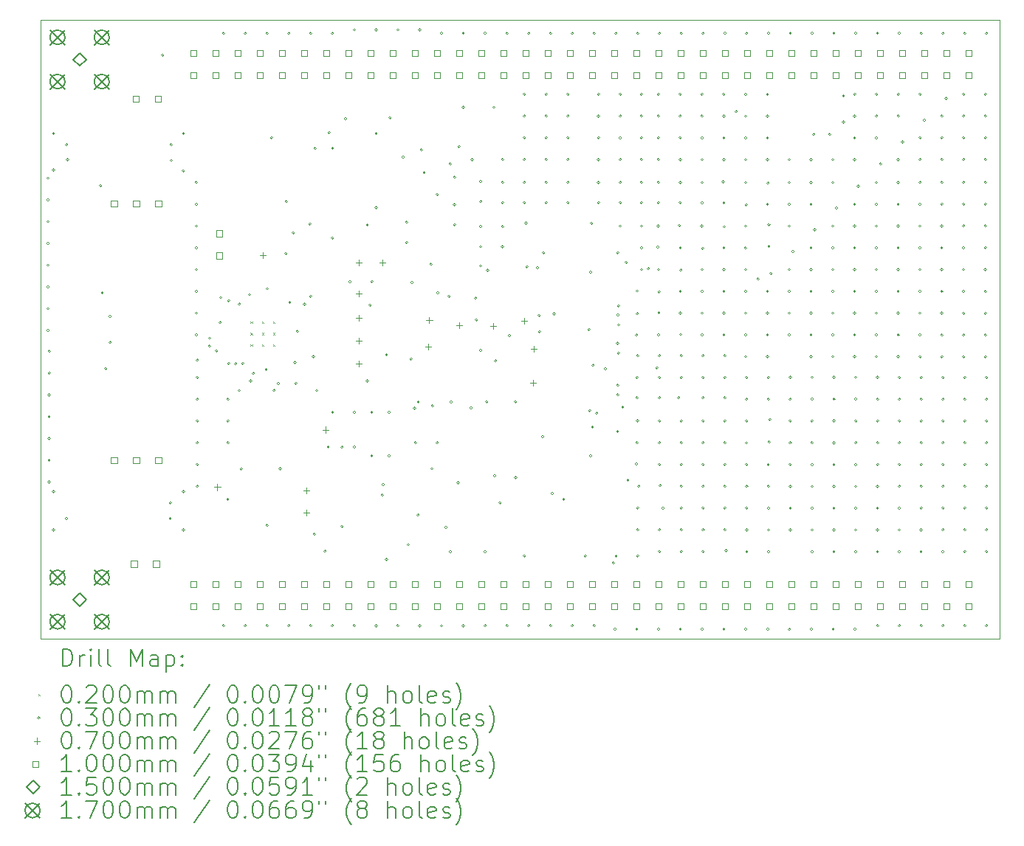
<source format=gbr>
%FSLAX45Y45*%
G04 Gerber Fmt 4.5, Leading zero omitted, Abs format (unit mm)*
G04 Created by KiCad (PCBNEW 6.0.6-3a73a75311~116~ubuntu20.04.1) date 2022-07-28 18:38:54*
%MOMM*%
%LPD*%
G01*
G04 APERTURE LIST*
%TA.AperFunction,Profile*%
%ADD10C,0.100000*%
%TD*%
%ADD11C,0.200000*%
%ADD12C,0.020000*%
%ADD13C,0.030000*%
%ADD14C,0.070000*%
%ADD15C,0.100000*%
%ADD16C,0.150000*%
%ADD17C,0.170000*%
G04 APERTURE END LIST*
D10*
X8700000Y-5400000D02*
X19700000Y-5400000D01*
X19700000Y-5400000D02*
X19700000Y-12500000D01*
X19700000Y-12500000D02*
X8700000Y-12500000D01*
X8700000Y-12500000D02*
X8700000Y-5400000D01*
D11*
D12*
X11110000Y-8860000D02*
X11130000Y-8880000D01*
X11130000Y-8860000D02*
X11110000Y-8880000D01*
X11110000Y-8990000D02*
X11130000Y-9010000D01*
X11130000Y-8990000D02*
X11110000Y-9010000D01*
X11110000Y-9120000D02*
X11130000Y-9140000D01*
X11130000Y-9120000D02*
X11110000Y-9140000D01*
X11240000Y-8860000D02*
X11260000Y-8880000D01*
X11260000Y-8860000D02*
X11240000Y-8880000D01*
X11240000Y-8990000D02*
X11260000Y-9010000D01*
X11260000Y-8990000D02*
X11240000Y-9010000D01*
X11240000Y-9120000D02*
X11260000Y-9140000D01*
X11260000Y-9120000D02*
X11240000Y-9140000D01*
X11370000Y-8860000D02*
X11390000Y-8880000D01*
X11390000Y-8860000D02*
X11370000Y-8880000D01*
X11370000Y-8990000D02*
X11390000Y-9010000D01*
X11390000Y-8990000D02*
X11370000Y-9010000D01*
X11370000Y-9120000D02*
X11390000Y-9140000D01*
X11390000Y-9120000D02*
X11370000Y-9140000D01*
D13*
X8802671Y-7212329D02*
G75*
G03*
X8802671Y-7212329I-15000J0D01*
G01*
X8802671Y-7462329D02*
G75*
G03*
X8802671Y-7462329I-15000J0D01*
G01*
X8802671Y-7712329D02*
G75*
G03*
X8802671Y-7712329I-15000J0D01*
G01*
X8802671Y-7962329D02*
G75*
G03*
X8802671Y-7962329I-15000J0D01*
G01*
X8802671Y-8212329D02*
G75*
G03*
X8802671Y-8212329I-15000J0D01*
G01*
X8802671Y-8462329D02*
G75*
G03*
X8802671Y-8462329I-15000J0D01*
G01*
X8802671Y-8712329D02*
G75*
G03*
X8802671Y-8712329I-15000J0D01*
G01*
X8802671Y-8962329D02*
G75*
G03*
X8802671Y-8962329I-15000J0D01*
G01*
X8815000Y-9200000D02*
G75*
G03*
X8815000Y-9200000I-15000J0D01*
G01*
X8815000Y-9450000D02*
G75*
G03*
X8815000Y-9450000I-15000J0D01*
G01*
X8815000Y-9700000D02*
G75*
G03*
X8815000Y-9700000I-15000J0D01*
G01*
X8815000Y-9950000D02*
G75*
G03*
X8815000Y-9950000I-15000J0D01*
G01*
X8815000Y-10200000D02*
G75*
G03*
X8815000Y-10200000I-15000J0D01*
G01*
X8815000Y-10450000D02*
G75*
G03*
X8815000Y-10450000I-15000J0D01*
G01*
X8815000Y-10700000D02*
G75*
G03*
X8815000Y-10700000I-15000J0D01*
G01*
X8865000Y-6700000D02*
G75*
G03*
X8865000Y-6700000I-15000J0D01*
G01*
X8865000Y-7120000D02*
G75*
G03*
X8865000Y-7120000I-15000J0D01*
G01*
X8865000Y-10810000D02*
G75*
G03*
X8865000Y-10810000I-15000J0D01*
G01*
X8865000Y-11250000D02*
G75*
G03*
X8865000Y-11250000I-15000J0D01*
G01*
X9015000Y-6830000D02*
G75*
G03*
X9015000Y-6830000I-15000J0D01*
G01*
X9015000Y-11120000D02*
G75*
G03*
X9015000Y-11120000I-15000J0D01*
G01*
X9025000Y-7000000D02*
G75*
G03*
X9025000Y-7000000I-15000J0D01*
G01*
X9405000Y-7300000D02*
G75*
G03*
X9405000Y-7300000I-15000J0D01*
G01*
X9425000Y-8530000D02*
G75*
G03*
X9425000Y-8530000I-15000J0D01*
G01*
X9465000Y-9400000D02*
G75*
G03*
X9465000Y-9400000I-15000J0D01*
G01*
X9515000Y-8800000D02*
G75*
G03*
X9515000Y-8800000I-15000J0D01*
G01*
X9515000Y-9100000D02*
G75*
G03*
X9515000Y-9100000I-15000J0D01*
G01*
X10115000Y-5800000D02*
G75*
G03*
X10115000Y-5800000I-15000J0D01*
G01*
X10205000Y-10940000D02*
G75*
G03*
X10205000Y-10940000I-15000J0D01*
G01*
X10205000Y-11120000D02*
G75*
G03*
X10205000Y-11120000I-15000J0D01*
G01*
X10215000Y-6830000D02*
G75*
G03*
X10215000Y-6830000I-15000J0D01*
G01*
X10215000Y-7010000D02*
G75*
G03*
X10215000Y-7010000I-15000J0D01*
G01*
X10355000Y-6700000D02*
G75*
G03*
X10355000Y-6700000I-15000J0D01*
G01*
X10355000Y-7130000D02*
G75*
G03*
X10355000Y-7130000I-15000J0D01*
G01*
X10355000Y-10810000D02*
G75*
G03*
X10355000Y-10810000I-15000J0D01*
G01*
X10355000Y-11250000D02*
G75*
G03*
X10355000Y-11250000I-15000J0D01*
G01*
X10502671Y-7262329D02*
G75*
G03*
X10502671Y-7262329I-15000J0D01*
G01*
X10502671Y-7512329D02*
G75*
G03*
X10502671Y-7512329I-15000J0D01*
G01*
X10502671Y-7762329D02*
G75*
G03*
X10502671Y-7762329I-15000J0D01*
G01*
X10502671Y-8012329D02*
G75*
G03*
X10502671Y-8012329I-15000J0D01*
G01*
X10502671Y-8262329D02*
G75*
G03*
X10502671Y-8262329I-15000J0D01*
G01*
X10502671Y-8512329D02*
G75*
G03*
X10502671Y-8512329I-15000J0D01*
G01*
X10502671Y-8762329D02*
G75*
G03*
X10502671Y-8762329I-15000J0D01*
G01*
X10502671Y-9012329D02*
G75*
G03*
X10502671Y-9012329I-15000J0D01*
G01*
X10515000Y-9300000D02*
G75*
G03*
X10515000Y-9300000I-15000J0D01*
G01*
X10515000Y-9500000D02*
G75*
G03*
X10515000Y-9500000I-15000J0D01*
G01*
X10515000Y-9750000D02*
G75*
G03*
X10515000Y-9750000I-15000J0D01*
G01*
X10515000Y-10000000D02*
G75*
G03*
X10515000Y-10000000I-15000J0D01*
G01*
X10515000Y-10250000D02*
G75*
G03*
X10515000Y-10250000I-15000J0D01*
G01*
X10515000Y-10500000D02*
G75*
G03*
X10515000Y-10500000I-15000J0D01*
G01*
X10515000Y-10750000D02*
G75*
G03*
X10515000Y-10750000I-15000J0D01*
G01*
X10655000Y-9050000D02*
G75*
G03*
X10655000Y-9050000I-15000J0D01*
G01*
X10655148Y-9141775D02*
G75*
G03*
X10655148Y-9141775I-15000J0D01*
G01*
X10734950Y-9194782D02*
G75*
G03*
X10734950Y-9194782I-15000J0D01*
G01*
X10775000Y-8870000D02*
G75*
G03*
X10775000Y-8870000I-15000J0D01*
G01*
X10782741Y-8583421D02*
G75*
G03*
X10782741Y-8583421I-15000J0D01*
G01*
X10815000Y-5550000D02*
G75*
G03*
X10815000Y-5550000I-15000J0D01*
G01*
X10815000Y-12350000D02*
G75*
G03*
X10815000Y-12350000I-15000J0D01*
G01*
X10865000Y-9750000D02*
G75*
G03*
X10865000Y-9750000I-15000J0D01*
G01*
X10865000Y-10000000D02*
G75*
G03*
X10865000Y-10000000I-15000J0D01*
G01*
X10865000Y-10250000D02*
G75*
G03*
X10865000Y-10250000I-15000J0D01*
G01*
X10865000Y-10900000D02*
G75*
G03*
X10865000Y-10900000I-15000J0D01*
G01*
X10875000Y-8620000D02*
G75*
G03*
X10875000Y-8620000I-15000J0D01*
G01*
X10875312Y-9339486D02*
G75*
G03*
X10875312Y-9339486I-15000J0D01*
G01*
X10955149Y-9343747D02*
G75*
G03*
X10955149Y-9343747I-15000J0D01*
G01*
X10995000Y-9650000D02*
G75*
G03*
X10995000Y-9650000I-15000J0D01*
G01*
X10997969Y-8659031D02*
G75*
G03*
X10997969Y-8659031I-15000J0D01*
G01*
X11020000Y-10550000D02*
G75*
G03*
X11020000Y-10550000I-15000J0D01*
G01*
X11035050Y-9340949D02*
G75*
G03*
X11035050Y-9340949I-15000J0D01*
G01*
X11065000Y-5550000D02*
G75*
G03*
X11065000Y-5550000I-15000J0D01*
G01*
X11065000Y-12350000D02*
G75*
G03*
X11065000Y-12350000I-15000J0D01*
G01*
X11115000Y-8550000D02*
G75*
G03*
X11115000Y-8550000I-15000J0D01*
G01*
X11125000Y-9540000D02*
G75*
G03*
X11125000Y-9540000I-15000J0D01*
G01*
X11158376Y-9453376D02*
G75*
G03*
X11158376Y-9453376I-15000J0D01*
G01*
X11305000Y-9410000D02*
G75*
G03*
X11305000Y-9410000I-15000J0D01*
G01*
X11315000Y-5550000D02*
G75*
G03*
X11315000Y-5550000I-15000J0D01*
G01*
X11315000Y-11200000D02*
G75*
G03*
X11315000Y-11200000I-15000J0D01*
G01*
X11315000Y-12350000D02*
G75*
G03*
X11315000Y-12350000I-15000J0D01*
G01*
X11317634Y-8482149D02*
G75*
G03*
X11317634Y-8482149I-15000J0D01*
G01*
X11365000Y-6750000D02*
G75*
G03*
X11365000Y-6750000I-15000J0D01*
G01*
X11395000Y-9650000D02*
G75*
G03*
X11395000Y-9650000I-15000J0D01*
G01*
X11445000Y-9570000D02*
G75*
G03*
X11445000Y-9570000I-15000J0D01*
G01*
X11465000Y-10550000D02*
G75*
G03*
X11465000Y-10550000I-15000J0D01*
G01*
X11532109Y-8078109D02*
G75*
G03*
X11532109Y-8078109I-15000J0D01*
G01*
X11535000Y-7480000D02*
G75*
G03*
X11535000Y-7480000I-15000J0D01*
G01*
X11565000Y-5550000D02*
G75*
G03*
X11565000Y-5550000I-15000J0D01*
G01*
X11565000Y-12350000D02*
G75*
G03*
X11565000Y-12350000I-15000J0D01*
G01*
X11575000Y-8640000D02*
G75*
G03*
X11575000Y-8640000I-15000J0D01*
G01*
X11615000Y-7840000D02*
G75*
G03*
X11615000Y-7840000I-15000J0D01*
G01*
X11635000Y-9330000D02*
G75*
G03*
X11635000Y-9330000I-15000J0D01*
G01*
X11645000Y-9570000D02*
G75*
G03*
X11645000Y-9570000I-15000J0D01*
G01*
X11661753Y-8973276D02*
G75*
G03*
X11661753Y-8973276I-15000J0D01*
G01*
X11743784Y-8661769D02*
G75*
G03*
X11743784Y-8661769I-15000J0D01*
G01*
X11805860Y-7740860D02*
G75*
G03*
X11805860Y-7740860I-15000J0D01*
G01*
X11815000Y-5550000D02*
G75*
G03*
X11815000Y-5550000I-15000J0D01*
G01*
X11815000Y-8570000D02*
G75*
G03*
X11815000Y-8570000I-15000J0D01*
G01*
X11815000Y-12350000D02*
G75*
G03*
X11815000Y-12350000I-15000J0D01*
G01*
X11845000Y-9260000D02*
G75*
G03*
X11845000Y-9260000I-15000J0D01*
G01*
X11855000Y-11300000D02*
G75*
G03*
X11855000Y-11300000I-15000J0D01*
G01*
X11865000Y-6870000D02*
G75*
G03*
X11865000Y-6870000I-15000J0D01*
G01*
X11885000Y-9650000D02*
G75*
G03*
X11885000Y-9650000I-15000J0D01*
G01*
X11980000Y-11495000D02*
G75*
G03*
X11980000Y-11495000I-15000J0D01*
G01*
X12015000Y-10300000D02*
G75*
G03*
X12015000Y-10300000I-15000J0D01*
G01*
X12025000Y-6690000D02*
G75*
G03*
X12025000Y-6690000I-15000J0D01*
G01*
X12065000Y-5550000D02*
G75*
G03*
X12065000Y-5550000I-15000J0D01*
G01*
X12065000Y-6870000D02*
G75*
G03*
X12065000Y-6870000I-15000J0D01*
G01*
X12065000Y-7900000D02*
G75*
G03*
X12065000Y-7900000I-15000J0D01*
G01*
X12065000Y-9900000D02*
G75*
G03*
X12065000Y-9900000I-15000J0D01*
G01*
X12065000Y-12350000D02*
G75*
G03*
X12065000Y-12350000I-15000J0D01*
G01*
X12175000Y-10300000D02*
G75*
G03*
X12175000Y-10300000I-15000J0D01*
G01*
X12175000Y-11210000D02*
G75*
G03*
X12175000Y-11210000I-15000J0D01*
G01*
X12215000Y-6530000D02*
G75*
G03*
X12215000Y-6530000I-15000J0D01*
G01*
X12265000Y-8400000D02*
G75*
G03*
X12265000Y-8400000I-15000J0D01*
G01*
X12315000Y-5510000D02*
G75*
G03*
X12315000Y-5510000I-15000J0D01*
G01*
X12315000Y-9900000D02*
G75*
G03*
X12315000Y-9900000I-15000J0D01*
G01*
X12315000Y-10300000D02*
G75*
G03*
X12315000Y-10300000I-15000J0D01*
G01*
X12315000Y-12350000D02*
G75*
G03*
X12315000Y-12350000I-15000J0D01*
G01*
X12465000Y-7750000D02*
G75*
G03*
X12465000Y-7750000I-15000J0D01*
G01*
X12465000Y-9540000D02*
G75*
G03*
X12465000Y-9540000I-15000J0D01*
G01*
X12495000Y-8670000D02*
G75*
G03*
X12495000Y-8670000I-15000J0D01*
G01*
X12515000Y-8400000D02*
G75*
G03*
X12515000Y-8400000I-15000J0D01*
G01*
X12515000Y-9900000D02*
G75*
G03*
X12515000Y-9900000I-15000J0D01*
G01*
X12515000Y-10400000D02*
G75*
G03*
X12515000Y-10400000I-15000J0D01*
G01*
X12565000Y-5510000D02*
G75*
G03*
X12565000Y-5510000I-15000J0D01*
G01*
X12565000Y-6700000D02*
G75*
G03*
X12565000Y-6700000I-15000J0D01*
G01*
X12565000Y-7550000D02*
G75*
G03*
X12565000Y-7550000I-15000J0D01*
G01*
X12565000Y-12350000D02*
G75*
G03*
X12565000Y-12350000I-15000J0D01*
G01*
X12635000Y-10850000D02*
G75*
G03*
X12635000Y-10850000I-15000J0D01*
G01*
X12645000Y-10730000D02*
G75*
G03*
X12645000Y-10730000I-15000J0D01*
G01*
X12685000Y-9240000D02*
G75*
G03*
X12685000Y-9240000I-15000J0D01*
G01*
X12685000Y-11590000D02*
G75*
G03*
X12685000Y-11590000I-15000J0D01*
G01*
X12715000Y-9900000D02*
G75*
G03*
X12715000Y-9900000I-15000J0D01*
G01*
X12715000Y-10400000D02*
G75*
G03*
X12715000Y-10400000I-15000J0D01*
G01*
X12725000Y-6520000D02*
G75*
G03*
X12725000Y-6520000I-15000J0D01*
G01*
X12815000Y-5510000D02*
G75*
G03*
X12815000Y-5510000I-15000J0D01*
G01*
X12815000Y-12350000D02*
G75*
G03*
X12815000Y-12350000I-15000J0D01*
G01*
X12875000Y-6970000D02*
G75*
G03*
X12875000Y-6970000I-15000J0D01*
G01*
X12915000Y-7717391D02*
G75*
G03*
X12915000Y-7717391I-15000J0D01*
G01*
X12915000Y-7950000D02*
G75*
G03*
X12915000Y-7950000I-15000J0D01*
G01*
X12935000Y-11420000D02*
G75*
G03*
X12935000Y-11420000I-15000J0D01*
G01*
X12965000Y-9290000D02*
G75*
G03*
X12965000Y-9290000I-15000J0D01*
G01*
X12975000Y-8410000D02*
G75*
G03*
X12975000Y-8410000I-15000J0D01*
G01*
X13006969Y-9853249D02*
G75*
G03*
X13006969Y-9853249I-15000J0D01*
G01*
X13015000Y-10250000D02*
G75*
G03*
X13015000Y-10250000I-15000J0D01*
G01*
X13045000Y-11080000D02*
G75*
G03*
X13045000Y-11080000I-15000J0D01*
G01*
X13047957Y-9781825D02*
G75*
G03*
X13047957Y-9781825I-15000J0D01*
G01*
X13065000Y-5510000D02*
G75*
G03*
X13065000Y-5510000I-15000J0D01*
G01*
X13065000Y-12350000D02*
G75*
G03*
X13065000Y-12350000I-15000J0D01*
G01*
X13085000Y-6890000D02*
G75*
G03*
X13085000Y-6890000I-15000J0D01*
G01*
X13115000Y-7150000D02*
G75*
G03*
X13115000Y-7150000I-15000J0D01*
G01*
X13195000Y-8200000D02*
G75*
G03*
X13195000Y-8200000I-15000J0D01*
G01*
X13205000Y-10550000D02*
G75*
G03*
X13205000Y-10550000I-15000J0D01*
G01*
X13211904Y-9827878D02*
G75*
G03*
X13211904Y-9827878I-15000J0D01*
G01*
X13265000Y-7400000D02*
G75*
G03*
X13265000Y-7400000I-15000J0D01*
G01*
X13265000Y-10250000D02*
G75*
G03*
X13265000Y-10250000I-15000J0D01*
G01*
X13271469Y-8528278D02*
G75*
G03*
X13271469Y-8528278I-15000J0D01*
G01*
X13315000Y-5550000D02*
G75*
G03*
X13315000Y-5550000I-15000J0D01*
G01*
X13315000Y-12350000D02*
G75*
G03*
X13315000Y-12350000I-15000J0D01*
G01*
X13365000Y-11220000D02*
G75*
G03*
X13365000Y-11220000I-15000J0D01*
G01*
X13401867Y-8569089D02*
G75*
G03*
X13401867Y-8569089I-15000J0D01*
G01*
X13415000Y-7050000D02*
G75*
G03*
X13415000Y-7050000I-15000J0D01*
G01*
X13415000Y-11500000D02*
G75*
G03*
X13415000Y-11500000I-15000J0D01*
G01*
X13425000Y-9780000D02*
G75*
G03*
X13425000Y-9780000I-15000J0D01*
G01*
X13465000Y-7200000D02*
G75*
G03*
X13465000Y-7200000I-15000J0D01*
G01*
X13465000Y-7517391D02*
G75*
G03*
X13465000Y-7517391I-15000J0D01*
G01*
X13465000Y-7750000D02*
G75*
G03*
X13465000Y-7750000I-15000J0D01*
G01*
X13505000Y-10710000D02*
G75*
G03*
X13505000Y-10710000I-15000J0D01*
G01*
X13515000Y-6850000D02*
G75*
G03*
X13515000Y-6850000I-15000J0D01*
G01*
X13565000Y-5550000D02*
G75*
G03*
X13565000Y-5550000I-15000J0D01*
G01*
X13565000Y-6400000D02*
G75*
G03*
X13565000Y-6400000I-15000J0D01*
G01*
X13565000Y-12350000D02*
G75*
G03*
X13565000Y-12350000I-15000J0D01*
G01*
X13655000Y-9850000D02*
G75*
G03*
X13655000Y-9850000I-15000J0D01*
G01*
X13665000Y-7000000D02*
G75*
G03*
X13665000Y-7000000I-15000J0D01*
G01*
X13705000Y-8590000D02*
G75*
G03*
X13705000Y-8590000I-15000J0D01*
G01*
X13715000Y-8840000D02*
G75*
G03*
X13715000Y-8840000I-15000J0D01*
G01*
X13765000Y-7250000D02*
G75*
G03*
X13765000Y-7250000I-15000J0D01*
G01*
X13765000Y-7482609D02*
G75*
G03*
X13765000Y-7482609I-15000J0D01*
G01*
X13765000Y-7767391D02*
G75*
G03*
X13765000Y-7767391I-15000J0D01*
G01*
X13765000Y-8000000D02*
G75*
G03*
X13765000Y-8000000I-15000J0D01*
G01*
X13765000Y-8220000D02*
G75*
G03*
X13765000Y-8220000I-15000J0D01*
G01*
X13765000Y-9190000D02*
G75*
G03*
X13765000Y-9190000I-15000J0D01*
G01*
X13815000Y-5550000D02*
G75*
G03*
X13815000Y-5550000I-15000J0D01*
G01*
X13815000Y-11500000D02*
G75*
G03*
X13815000Y-11500000I-15000J0D01*
G01*
X13815000Y-12350000D02*
G75*
G03*
X13815000Y-12350000I-15000J0D01*
G01*
X13835000Y-9780000D02*
G75*
G03*
X13835000Y-9780000I-15000J0D01*
G01*
X13845000Y-8270000D02*
G75*
G03*
X13845000Y-8270000I-15000J0D01*
G01*
X13915000Y-6400000D02*
G75*
G03*
X13915000Y-6400000I-15000J0D01*
G01*
X13925000Y-10630000D02*
G75*
G03*
X13925000Y-10630000I-15000J0D01*
G01*
X13935000Y-9310000D02*
G75*
G03*
X13935000Y-9310000I-15000J0D01*
G01*
X13985000Y-10940000D02*
G75*
G03*
X13985000Y-10940000I-15000J0D01*
G01*
X14015000Y-7000000D02*
G75*
G03*
X14015000Y-7000000I-15000J0D01*
G01*
X14015000Y-7262329D02*
G75*
G03*
X14015000Y-7262329I-15000J0D01*
G01*
X14015000Y-7494937D02*
G75*
G03*
X14015000Y-7494937I-15000J0D01*
G01*
X14015000Y-7767391D02*
G75*
G03*
X14015000Y-7767391I-15000J0D01*
G01*
X14015000Y-8000000D02*
G75*
G03*
X14015000Y-8000000I-15000J0D01*
G01*
X14065000Y-5550000D02*
G75*
G03*
X14065000Y-5550000I-15000J0D01*
G01*
X14065000Y-12350000D02*
G75*
G03*
X14065000Y-12350000I-15000J0D01*
G01*
X14095000Y-9020000D02*
G75*
G03*
X14095000Y-9020000I-15000J0D01*
G01*
X14165000Y-9780000D02*
G75*
G03*
X14165000Y-9780000I-15000J0D01*
G01*
X14165000Y-10650000D02*
G75*
G03*
X14165000Y-10650000I-15000J0D01*
G01*
X14265000Y-6250000D02*
G75*
G03*
X14265000Y-6250000I-15000J0D01*
G01*
X14265000Y-6500000D02*
G75*
G03*
X14265000Y-6500000I-15000J0D01*
G01*
X14265000Y-6750000D02*
G75*
G03*
X14265000Y-6750000I-15000J0D01*
G01*
X14265000Y-7000000D02*
G75*
G03*
X14265000Y-7000000I-15000J0D01*
G01*
X14265000Y-7262329D02*
G75*
G03*
X14265000Y-7262329I-15000J0D01*
G01*
X14265000Y-7494937D02*
G75*
G03*
X14265000Y-7494937I-15000J0D01*
G01*
X14265000Y-11550000D02*
G75*
G03*
X14265000Y-11550000I-15000J0D01*
G01*
X14285000Y-7730000D02*
G75*
G03*
X14285000Y-7730000I-15000J0D01*
G01*
X14295000Y-8230000D02*
G75*
G03*
X14295000Y-8230000I-15000J0D01*
G01*
X14315000Y-5550000D02*
G75*
G03*
X14315000Y-5550000I-15000J0D01*
G01*
X14315000Y-12350000D02*
G75*
G03*
X14315000Y-12350000I-15000J0D01*
G01*
X14415000Y-8240000D02*
G75*
G03*
X14415000Y-8240000I-15000J0D01*
G01*
X14435000Y-8790000D02*
G75*
G03*
X14435000Y-8790000I-15000J0D01*
G01*
X14438469Y-8975050D02*
G75*
G03*
X14438469Y-8975050I-15000J0D01*
G01*
X14475000Y-10180000D02*
G75*
G03*
X14475000Y-10180000I-15000J0D01*
G01*
X14485000Y-8070000D02*
G75*
G03*
X14485000Y-8070000I-15000J0D01*
G01*
X14515000Y-6250000D02*
G75*
G03*
X14515000Y-6250000I-15000J0D01*
G01*
X14515000Y-6500000D02*
G75*
G03*
X14515000Y-6500000I-15000J0D01*
G01*
X14515000Y-6750000D02*
G75*
G03*
X14515000Y-6750000I-15000J0D01*
G01*
X14515000Y-7000000D02*
G75*
G03*
X14515000Y-7000000I-15000J0D01*
G01*
X14515000Y-7262329D02*
G75*
G03*
X14515000Y-7262329I-15000J0D01*
G01*
X14515000Y-7494937D02*
G75*
G03*
X14515000Y-7494937I-15000J0D01*
G01*
X14565000Y-5550000D02*
G75*
G03*
X14565000Y-5550000I-15000J0D01*
G01*
X14565000Y-12350000D02*
G75*
G03*
X14565000Y-12350000I-15000J0D01*
G01*
X14585000Y-10830000D02*
G75*
G03*
X14585000Y-10830000I-15000J0D01*
G01*
X14605000Y-8770000D02*
G75*
G03*
X14605000Y-8770000I-15000J0D01*
G01*
X14715000Y-10900000D02*
G75*
G03*
X14715000Y-10900000I-15000J0D01*
G01*
X14765000Y-6250000D02*
G75*
G03*
X14765000Y-6250000I-15000J0D01*
G01*
X14765000Y-6500000D02*
G75*
G03*
X14765000Y-6500000I-15000J0D01*
G01*
X14765000Y-6750000D02*
G75*
G03*
X14765000Y-6750000I-15000J0D01*
G01*
X14765000Y-7000000D02*
G75*
G03*
X14765000Y-7000000I-15000J0D01*
G01*
X14765000Y-7262329D02*
G75*
G03*
X14765000Y-7262329I-15000J0D01*
G01*
X14765000Y-7494937D02*
G75*
G03*
X14765000Y-7494937I-15000J0D01*
G01*
X14815000Y-5550000D02*
G75*
G03*
X14815000Y-5550000I-15000J0D01*
G01*
X14815000Y-12350000D02*
G75*
G03*
X14815000Y-12350000I-15000J0D01*
G01*
X14965000Y-11550000D02*
G75*
G03*
X14965000Y-11550000I-15000J0D01*
G01*
X15005000Y-8950000D02*
G75*
G03*
X15005000Y-8950000I-15000J0D01*
G01*
X15015000Y-9880000D02*
G75*
G03*
X15015000Y-9880000I-15000J0D01*
G01*
X15025000Y-8290000D02*
G75*
G03*
X15025000Y-8290000I-15000J0D01*
G01*
X15025000Y-10400000D02*
G75*
G03*
X15025000Y-10400000I-15000J0D01*
G01*
X15035000Y-7730000D02*
G75*
G03*
X15035000Y-7730000I-15000J0D01*
G01*
X15045000Y-10070000D02*
G75*
G03*
X15045000Y-10070000I-15000J0D01*
G01*
X15051248Y-9360868D02*
G75*
G03*
X15051248Y-9360868I-15000J0D01*
G01*
X15065000Y-5550000D02*
G75*
G03*
X15065000Y-5550000I-15000J0D01*
G01*
X15065000Y-12350000D02*
G75*
G03*
X15065000Y-12350000I-15000J0D01*
G01*
X15095000Y-9910000D02*
G75*
G03*
X15095000Y-9910000I-15000J0D01*
G01*
X15115000Y-6250000D02*
G75*
G03*
X15115000Y-6250000I-15000J0D01*
G01*
X15115000Y-6500000D02*
G75*
G03*
X15115000Y-6500000I-15000J0D01*
G01*
X15115000Y-6750000D02*
G75*
G03*
X15115000Y-6750000I-15000J0D01*
G01*
X15115000Y-7000000D02*
G75*
G03*
X15115000Y-7000000I-15000J0D01*
G01*
X15115000Y-7262329D02*
G75*
G03*
X15115000Y-7262329I-15000J0D01*
G01*
X15115000Y-7494937D02*
G75*
G03*
X15115000Y-7494937I-15000J0D01*
G01*
X15195000Y-9400000D02*
G75*
G03*
X15195000Y-9400000I-15000J0D01*
G01*
X15285000Y-11630000D02*
G75*
G03*
X15285000Y-11630000I-15000J0D01*
G01*
X15305000Y-12390000D02*
G75*
G03*
X15305000Y-12390000I-15000J0D01*
G01*
X15315000Y-5550000D02*
G75*
G03*
X15315000Y-5550000I-15000J0D01*
G01*
X15317391Y-11552391D02*
G75*
G03*
X15317391Y-11552391I-15000J0D01*
G01*
X15334360Y-9110640D02*
G75*
G03*
X15334360Y-9110640I-15000J0D01*
G01*
X15335000Y-8070000D02*
G75*
G03*
X15335000Y-8070000I-15000J0D01*
G01*
X15335000Y-9590000D02*
G75*
G03*
X15335000Y-9590000I-15000J0D01*
G01*
X15335000Y-9700000D02*
G75*
G03*
X15335000Y-9700000I-15000J0D01*
G01*
X15335000Y-10120000D02*
G75*
G03*
X15335000Y-10120000I-15000J0D01*
G01*
X15337609Y-8782609D02*
G75*
G03*
X15337609Y-8782609I-15000J0D01*
G01*
X15345000Y-8680000D02*
G75*
G03*
X15345000Y-8680000I-15000J0D01*
G01*
X15345000Y-9220000D02*
G75*
G03*
X15345000Y-9220000I-15000J0D01*
G01*
X15347391Y-8897609D02*
G75*
G03*
X15347391Y-8897609I-15000J0D01*
G01*
X15365000Y-6250000D02*
G75*
G03*
X15365000Y-6250000I-15000J0D01*
G01*
X15365000Y-6500000D02*
G75*
G03*
X15365000Y-6500000I-15000J0D01*
G01*
X15365000Y-6750000D02*
G75*
G03*
X15365000Y-6750000I-15000J0D01*
G01*
X15365000Y-7000000D02*
G75*
G03*
X15365000Y-7000000I-15000J0D01*
G01*
X15365000Y-7262329D02*
G75*
G03*
X15365000Y-7262329I-15000J0D01*
G01*
X15365000Y-7494937D02*
G75*
G03*
X15365000Y-7494937I-15000J0D01*
G01*
X15365000Y-7762329D02*
G75*
G03*
X15365000Y-7762329I-15000J0D01*
G01*
X15394950Y-9841140D02*
G75*
G03*
X15394950Y-9841140I-15000J0D01*
G01*
X15435000Y-8180000D02*
G75*
G03*
X15435000Y-8180000I-15000J0D01*
G01*
X15451495Y-10678936D02*
G75*
G03*
X15451495Y-10678936I-15000J0D01*
G01*
X15550073Y-10495023D02*
G75*
G03*
X15550073Y-10495023I-15000J0D01*
G01*
X15552671Y-9012329D02*
G75*
G03*
X15552671Y-9012329I-15000J0D01*
G01*
X15555000Y-12390000D02*
G75*
G03*
X15555000Y-12390000I-15000J0D01*
G01*
X15555050Y-9500000D02*
G75*
G03*
X15555050Y-9500000I-15000J0D01*
G01*
X15555050Y-9732609D02*
G75*
G03*
X15555050Y-9732609I-15000J0D01*
G01*
X15555050Y-10250000D02*
G75*
G03*
X15555050Y-10250000I-15000J0D01*
G01*
X15557391Y-8507609D02*
G75*
G03*
X15557391Y-8507609I-15000J0D01*
G01*
X15560062Y-8769720D02*
G75*
G03*
X15560062Y-8769720I-15000J0D01*
G01*
X15562609Y-10000000D02*
G75*
G03*
X15562609Y-10000000I-15000J0D01*
G01*
X15565000Y-5550000D02*
G75*
G03*
X15565000Y-5550000I-15000J0D01*
G01*
X15565000Y-9250000D02*
G75*
G03*
X15565000Y-9250000I-15000J0D01*
G01*
X15565000Y-11000000D02*
G75*
G03*
X15565000Y-11000000I-15000J0D01*
G01*
X15565000Y-11250000D02*
G75*
G03*
X15565000Y-11250000I-15000J0D01*
G01*
X15565391Y-11549609D02*
G75*
G03*
X15565391Y-11549609I-15000J0D01*
G01*
X15577979Y-10750000D02*
G75*
G03*
X15577979Y-10750000I-15000J0D01*
G01*
X15607950Y-6250000D02*
G75*
G03*
X15607950Y-6250000I-15000J0D01*
G01*
X15607950Y-6500000D02*
G75*
G03*
X15607950Y-6500000I-15000J0D01*
G01*
X15607950Y-6750000D02*
G75*
G03*
X15607950Y-6750000I-15000J0D01*
G01*
X15607950Y-7000000D02*
G75*
G03*
X15607950Y-7000000I-15000J0D01*
G01*
X15607950Y-7262329D02*
G75*
G03*
X15607950Y-7262329I-15000J0D01*
G01*
X15607950Y-7494937D02*
G75*
G03*
X15607950Y-7494937I-15000J0D01*
G01*
X15607950Y-7762329D02*
G75*
G03*
X15607950Y-7762329I-15000J0D01*
G01*
X15607950Y-8012329D02*
G75*
G03*
X15607950Y-8012329I-15000J0D01*
G01*
X15607950Y-8262329D02*
G75*
G03*
X15607950Y-8262329I-15000J0D01*
G01*
X15687165Y-8251510D02*
G75*
G03*
X15687165Y-8251510I-15000J0D01*
G01*
X15784356Y-9389950D02*
G75*
G03*
X15784356Y-9389950I-15000J0D01*
G01*
X15795280Y-8004937D02*
G75*
G03*
X15795280Y-8004937I-15000J0D01*
G01*
X15800280Y-7762329D02*
G75*
G03*
X15800280Y-7762329I-15000J0D01*
G01*
X15802671Y-6250000D02*
G75*
G03*
X15802671Y-6250000I-15000J0D01*
G01*
X15802671Y-6500000D02*
G75*
G03*
X15802671Y-6500000I-15000J0D01*
G01*
X15802671Y-6750000D02*
G75*
G03*
X15802671Y-6750000I-15000J0D01*
G01*
X15802671Y-7000000D02*
G75*
G03*
X15802671Y-7000000I-15000J0D01*
G01*
X15802671Y-7262329D02*
G75*
G03*
X15802671Y-7262329I-15000J0D01*
G01*
X15802671Y-7494937D02*
G75*
G03*
X15802671Y-7494937I-15000J0D01*
G01*
X15802671Y-8262329D02*
G75*
G03*
X15802671Y-8262329I-15000J0D01*
G01*
X15802671Y-9012329D02*
G75*
G03*
X15802671Y-9012329I-15000J0D01*
G01*
X15805000Y-12390000D02*
G75*
G03*
X15805000Y-12390000I-15000J0D01*
G01*
X15807391Y-8757609D02*
G75*
G03*
X15807391Y-8757609I-15000J0D01*
G01*
X15810062Y-8519720D02*
G75*
G03*
X15810062Y-8519720I-15000J0D01*
G01*
X15812609Y-10000000D02*
G75*
G03*
X15812609Y-10000000I-15000J0D01*
G01*
X15815000Y-5550000D02*
G75*
G03*
X15815000Y-5550000I-15000J0D01*
G01*
X15815000Y-9250000D02*
G75*
G03*
X15815000Y-9250000I-15000J0D01*
G01*
X15815000Y-9500000D02*
G75*
G03*
X15815000Y-9500000I-15000J0D01*
G01*
X15815000Y-9732609D02*
G75*
G03*
X15815000Y-9732609I-15000J0D01*
G01*
X15815000Y-10250000D02*
G75*
G03*
X15815000Y-10250000I-15000J0D01*
G01*
X15815000Y-10500000D02*
G75*
G03*
X15815000Y-10500000I-15000J0D01*
G01*
X15815000Y-11250000D02*
G75*
G03*
X15815000Y-11250000I-15000J0D01*
G01*
X15815000Y-11500000D02*
G75*
G03*
X15815000Y-11500000I-15000J0D01*
G01*
X15822668Y-10742332D02*
G75*
G03*
X15822668Y-10742332I-15000J0D01*
G01*
X15854950Y-11000000D02*
G75*
G03*
X15854950Y-11000000I-15000J0D01*
G01*
X16035000Y-9732609D02*
G75*
G03*
X16035000Y-9732609I-15000J0D01*
G01*
X16044085Y-7756133D02*
G75*
G03*
X16044085Y-7756133I-15000J0D01*
G01*
X16052671Y-6250000D02*
G75*
G03*
X16052671Y-6250000I-15000J0D01*
G01*
X16052671Y-6500000D02*
G75*
G03*
X16052671Y-6500000I-15000J0D01*
G01*
X16052671Y-6750000D02*
G75*
G03*
X16052671Y-6750000I-15000J0D01*
G01*
X16052671Y-7000000D02*
G75*
G03*
X16052671Y-7000000I-15000J0D01*
G01*
X16052671Y-7262329D02*
G75*
G03*
X16052671Y-7262329I-15000J0D01*
G01*
X16052671Y-7494937D02*
G75*
G03*
X16052671Y-7494937I-15000J0D01*
G01*
X16052671Y-8012329D02*
G75*
G03*
X16052671Y-8012329I-15000J0D01*
G01*
X16052671Y-8512329D02*
G75*
G03*
X16052671Y-8512329I-15000J0D01*
G01*
X16052671Y-8762329D02*
G75*
G03*
X16052671Y-8762329I-15000J0D01*
G01*
X16055000Y-12390000D02*
G75*
G03*
X16055000Y-12390000I-15000J0D01*
G01*
X16057391Y-9007609D02*
G75*
G03*
X16057391Y-9007609I-15000J0D01*
G01*
X16060062Y-8269720D02*
G75*
G03*
X16060062Y-8269720I-15000J0D01*
G01*
X16062609Y-10000000D02*
G75*
G03*
X16062609Y-10000000I-15000J0D01*
G01*
X16065000Y-5550000D02*
G75*
G03*
X16065000Y-5550000I-15000J0D01*
G01*
X16065000Y-9250000D02*
G75*
G03*
X16065000Y-9250000I-15000J0D01*
G01*
X16065000Y-9500000D02*
G75*
G03*
X16065000Y-9500000I-15000J0D01*
G01*
X16065000Y-10250000D02*
G75*
G03*
X16065000Y-10250000I-15000J0D01*
G01*
X16065000Y-10500000D02*
G75*
G03*
X16065000Y-10500000I-15000J0D01*
G01*
X16065000Y-10750000D02*
G75*
G03*
X16065000Y-10750000I-15000J0D01*
G01*
X16065000Y-11000000D02*
G75*
G03*
X16065000Y-11000000I-15000J0D01*
G01*
X16065000Y-11250000D02*
G75*
G03*
X16065000Y-11250000I-15000J0D01*
G01*
X16065000Y-11500000D02*
G75*
G03*
X16065000Y-11500000I-15000J0D01*
G01*
X16300280Y-7762329D02*
G75*
G03*
X16300280Y-7762329I-15000J0D01*
G01*
X16302671Y-6250000D02*
G75*
G03*
X16302671Y-6250000I-15000J0D01*
G01*
X16302671Y-6500000D02*
G75*
G03*
X16302671Y-6500000I-15000J0D01*
G01*
X16302671Y-6750000D02*
G75*
G03*
X16302671Y-6750000I-15000J0D01*
G01*
X16302671Y-7000000D02*
G75*
G03*
X16302671Y-7000000I-15000J0D01*
G01*
X16302671Y-7262329D02*
G75*
G03*
X16302671Y-7262329I-15000J0D01*
G01*
X16302671Y-7494937D02*
G75*
G03*
X16302671Y-7494937I-15000J0D01*
G01*
X16302671Y-8262329D02*
G75*
G03*
X16302671Y-8262329I-15000J0D01*
G01*
X16302671Y-8512329D02*
G75*
G03*
X16302671Y-8512329I-15000J0D01*
G01*
X16302671Y-8762329D02*
G75*
G03*
X16302671Y-8762329I-15000J0D01*
G01*
X16302671Y-9012329D02*
G75*
G03*
X16302671Y-9012329I-15000J0D01*
G01*
X16305000Y-12390000D02*
G75*
G03*
X16305000Y-12390000I-15000J0D01*
G01*
X16310062Y-8019720D02*
G75*
G03*
X16310062Y-8019720I-15000J0D01*
G01*
X16312609Y-10000000D02*
G75*
G03*
X16312609Y-10000000I-15000J0D01*
G01*
X16315000Y-5550000D02*
G75*
G03*
X16315000Y-5550000I-15000J0D01*
G01*
X16315000Y-9250000D02*
G75*
G03*
X16315000Y-9250000I-15000J0D01*
G01*
X16315000Y-9500000D02*
G75*
G03*
X16315000Y-9500000I-15000J0D01*
G01*
X16315000Y-9732609D02*
G75*
G03*
X16315000Y-9732609I-15000J0D01*
G01*
X16315000Y-10250000D02*
G75*
G03*
X16315000Y-10250000I-15000J0D01*
G01*
X16315000Y-10500000D02*
G75*
G03*
X16315000Y-10500000I-15000J0D01*
G01*
X16315000Y-10750000D02*
G75*
G03*
X16315000Y-10750000I-15000J0D01*
G01*
X16315000Y-11000000D02*
G75*
G03*
X16315000Y-11000000I-15000J0D01*
G01*
X16315000Y-11250000D02*
G75*
G03*
X16315000Y-11250000I-15000J0D01*
G01*
X16315000Y-11500000D02*
G75*
G03*
X16315000Y-11500000I-15000J0D01*
G01*
X16545280Y-7254937D02*
G75*
G03*
X16545280Y-7254937I-15000J0D01*
G01*
X16552671Y-6250000D02*
G75*
G03*
X16552671Y-6250000I-15000J0D01*
G01*
X16552671Y-6500000D02*
G75*
G03*
X16552671Y-6500000I-15000J0D01*
G01*
X16552671Y-6750000D02*
G75*
G03*
X16552671Y-6750000I-15000J0D01*
G01*
X16552671Y-7000000D02*
G75*
G03*
X16552671Y-7000000I-15000J0D01*
G01*
X16552671Y-7494937D02*
G75*
G03*
X16552671Y-7494937I-15000J0D01*
G01*
X16552671Y-8012329D02*
G75*
G03*
X16552671Y-8012329I-15000J0D01*
G01*
X16552671Y-8262329D02*
G75*
G03*
X16552671Y-8262329I-15000J0D01*
G01*
X16552671Y-8512329D02*
G75*
G03*
X16552671Y-8512329I-15000J0D01*
G01*
X16552671Y-8762329D02*
G75*
G03*
X16552671Y-8762329I-15000J0D01*
G01*
X16552671Y-9012329D02*
G75*
G03*
X16552671Y-9012329I-15000J0D01*
G01*
X16555000Y-12390000D02*
G75*
G03*
X16555000Y-12390000I-15000J0D01*
G01*
X16558867Y-7770915D02*
G75*
G03*
X16558867Y-7770915I-15000J0D01*
G01*
X16562609Y-10000000D02*
G75*
G03*
X16562609Y-10000000I-15000J0D01*
G01*
X16563913Y-9733696D02*
G75*
G03*
X16563913Y-9733696I-15000J0D01*
G01*
X16565000Y-5550000D02*
G75*
G03*
X16565000Y-5550000I-15000J0D01*
G01*
X16565000Y-9250000D02*
G75*
G03*
X16565000Y-9250000I-15000J0D01*
G01*
X16565000Y-9500000D02*
G75*
G03*
X16565000Y-9500000I-15000J0D01*
G01*
X16565000Y-10250000D02*
G75*
G03*
X16565000Y-10250000I-15000J0D01*
G01*
X16565000Y-10500000D02*
G75*
G03*
X16565000Y-10500000I-15000J0D01*
G01*
X16565000Y-10750000D02*
G75*
G03*
X16565000Y-10750000I-15000J0D01*
G01*
X16565000Y-11000000D02*
G75*
G03*
X16565000Y-11000000I-15000J0D01*
G01*
X16565000Y-11250000D02*
G75*
G03*
X16565000Y-11250000I-15000J0D01*
G01*
X16577329Y-11487671D02*
G75*
G03*
X16577329Y-11487671I-15000J0D01*
G01*
X16695000Y-6450000D02*
G75*
G03*
X16695000Y-6450000I-15000J0D01*
G01*
X16800280Y-8014720D02*
G75*
G03*
X16800280Y-8014720I-15000J0D01*
G01*
X16802671Y-6250000D02*
G75*
G03*
X16802671Y-6250000I-15000J0D01*
G01*
X16802671Y-6500000D02*
G75*
G03*
X16802671Y-6500000I-15000J0D01*
G01*
X16802671Y-6750000D02*
G75*
G03*
X16802671Y-6750000I-15000J0D01*
G01*
X16802671Y-7000000D02*
G75*
G03*
X16802671Y-7000000I-15000J0D01*
G01*
X16802671Y-7262329D02*
G75*
G03*
X16802671Y-7262329I-15000J0D01*
G01*
X16802671Y-7762329D02*
G75*
G03*
X16802671Y-7762329I-15000J0D01*
G01*
X16802671Y-8262329D02*
G75*
G03*
X16802671Y-8262329I-15000J0D01*
G01*
X16802671Y-8512329D02*
G75*
G03*
X16802671Y-8512329I-15000J0D01*
G01*
X16802671Y-8762329D02*
G75*
G03*
X16802671Y-8762329I-15000J0D01*
G01*
X16802671Y-9012329D02*
G75*
G03*
X16802671Y-9012329I-15000J0D01*
G01*
X16802671Y-9262329D02*
G75*
G03*
X16802671Y-9262329I-15000J0D01*
G01*
X16805000Y-12390000D02*
G75*
G03*
X16805000Y-12390000I-15000J0D01*
G01*
X16810063Y-7519720D02*
G75*
G03*
X16810063Y-7519720I-15000J0D01*
G01*
X16812609Y-10252391D02*
G75*
G03*
X16812609Y-10252391I-15000J0D01*
G01*
X16815000Y-5550000D02*
G75*
G03*
X16815000Y-5550000I-15000J0D01*
G01*
X16815000Y-9500000D02*
G75*
G03*
X16815000Y-9500000I-15000J0D01*
G01*
X16815000Y-9750000D02*
G75*
G03*
X16815000Y-9750000I-15000J0D01*
G01*
X16815000Y-10000000D02*
G75*
G03*
X16815000Y-10000000I-15000J0D01*
G01*
X16815000Y-10500000D02*
G75*
G03*
X16815000Y-10500000I-15000J0D01*
G01*
X16815000Y-10750000D02*
G75*
G03*
X16815000Y-10750000I-15000J0D01*
G01*
X16815000Y-11000000D02*
G75*
G03*
X16815000Y-11000000I-15000J0D01*
G01*
X16815000Y-11250000D02*
G75*
G03*
X16815000Y-11250000I-15000J0D01*
G01*
X16815000Y-11500000D02*
G75*
G03*
X16815000Y-11500000I-15000J0D01*
G01*
X16945000Y-8370000D02*
G75*
G03*
X16945000Y-8370000I-15000J0D01*
G01*
X17052671Y-6250000D02*
G75*
G03*
X17052671Y-6250000I-15000J0D01*
G01*
X17052671Y-6500000D02*
G75*
G03*
X17052671Y-6500000I-15000J0D01*
G01*
X17052671Y-6750000D02*
G75*
G03*
X17052671Y-6750000I-15000J0D01*
G01*
X17052671Y-7000000D02*
G75*
G03*
X17052671Y-7000000I-15000J0D01*
G01*
X17052671Y-7512329D02*
G75*
G03*
X17052671Y-7512329I-15000J0D01*
G01*
X17052671Y-8512329D02*
G75*
G03*
X17052671Y-8512329I-15000J0D01*
G01*
X17052671Y-8762329D02*
G75*
G03*
X17052671Y-8762329I-15000J0D01*
G01*
X17052671Y-9012329D02*
G75*
G03*
X17052671Y-9012329I-15000J0D01*
G01*
X17052671Y-9262329D02*
G75*
G03*
X17052671Y-9262329I-15000J0D01*
G01*
X17055000Y-12390000D02*
G75*
G03*
X17055000Y-12390000I-15000J0D01*
G01*
X17060063Y-7269720D02*
G75*
G03*
X17060063Y-7269720I-15000J0D01*
G01*
X17062609Y-10502391D02*
G75*
G03*
X17062609Y-10502391I-15000J0D01*
G01*
X17065000Y-5550000D02*
G75*
G03*
X17065000Y-5550000I-15000J0D01*
G01*
X17065000Y-9500000D02*
G75*
G03*
X17065000Y-9500000I-15000J0D01*
G01*
X17065000Y-9750000D02*
G75*
G03*
X17065000Y-9750000I-15000J0D01*
G01*
X17065000Y-10750000D02*
G75*
G03*
X17065000Y-10750000I-15000J0D01*
G01*
X17065000Y-11000000D02*
G75*
G03*
X17065000Y-11000000I-15000J0D01*
G01*
X17065000Y-11250000D02*
G75*
G03*
X17065000Y-11250000I-15000J0D01*
G01*
X17065000Y-11500000D02*
G75*
G03*
X17065000Y-11500000I-15000J0D01*
G01*
X17068312Y-7746688D02*
G75*
G03*
X17068312Y-7746688I-15000J0D01*
G01*
X17070063Y-7994937D02*
G75*
G03*
X17070063Y-7994937I-15000J0D01*
G01*
X17072609Y-10242391D02*
G75*
G03*
X17072609Y-10242391I-15000J0D01*
G01*
X17080640Y-9984360D02*
G75*
G03*
X17080640Y-9984360I-15000J0D01*
G01*
X17092671Y-8307111D02*
G75*
G03*
X17092671Y-8307111I-15000J0D01*
G01*
X17302671Y-7000000D02*
G75*
G03*
X17302671Y-7000000I-15000J0D01*
G01*
X17302671Y-7262329D02*
G75*
G03*
X17302671Y-7262329I-15000J0D01*
G01*
X17302671Y-7512329D02*
G75*
G03*
X17302671Y-7512329I-15000J0D01*
G01*
X17302671Y-7762329D02*
G75*
G03*
X17302671Y-7762329I-15000J0D01*
G01*
X17302671Y-8262329D02*
G75*
G03*
X17302671Y-8262329I-15000J0D01*
G01*
X17302671Y-8512329D02*
G75*
G03*
X17302671Y-8512329I-15000J0D01*
G01*
X17302671Y-8762329D02*
G75*
G03*
X17302671Y-8762329I-15000J0D01*
G01*
X17302671Y-9012329D02*
G75*
G03*
X17302671Y-9012329I-15000J0D01*
G01*
X17305000Y-12390000D02*
G75*
G03*
X17305000Y-12390000I-15000J0D01*
G01*
X17315000Y-5550000D02*
G75*
G03*
X17315000Y-5550000I-15000J0D01*
G01*
X17315000Y-9500000D02*
G75*
G03*
X17315000Y-9500000I-15000J0D01*
G01*
X17315000Y-9750000D02*
G75*
G03*
X17315000Y-9750000I-15000J0D01*
G01*
X17315000Y-10000000D02*
G75*
G03*
X17315000Y-10000000I-15000J0D01*
G01*
X17315000Y-10250000D02*
G75*
G03*
X17315000Y-10250000I-15000J0D01*
G01*
X17315000Y-10500000D02*
G75*
G03*
X17315000Y-10500000I-15000J0D01*
G01*
X17315000Y-10750000D02*
G75*
G03*
X17315000Y-10750000I-15000J0D01*
G01*
X17315000Y-11000000D02*
G75*
G03*
X17315000Y-11000000I-15000J0D01*
G01*
X17315000Y-11250000D02*
G75*
G03*
X17315000Y-11250000I-15000J0D01*
G01*
X17345063Y-8054720D02*
G75*
G03*
X17345063Y-8054720I-15000J0D01*
G01*
X17552671Y-7000000D02*
G75*
G03*
X17552671Y-7000000I-15000J0D01*
G01*
X17552671Y-7262329D02*
G75*
G03*
X17552671Y-7262329I-15000J0D01*
G01*
X17552671Y-7512329D02*
G75*
G03*
X17552671Y-7512329I-15000J0D01*
G01*
X17552671Y-8012329D02*
G75*
G03*
X17552671Y-8012329I-15000J0D01*
G01*
X17552671Y-8262329D02*
G75*
G03*
X17552671Y-8262329I-15000J0D01*
G01*
X17552671Y-8512329D02*
G75*
G03*
X17552671Y-8512329I-15000J0D01*
G01*
X17552671Y-8762329D02*
G75*
G03*
X17552671Y-8762329I-15000J0D01*
G01*
X17552671Y-9012329D02*
G75*
G03*
X17552671Y-9012329I-15000J0D01*
G01*
X17552671Y-9262329D02*
G75*
G03*
X17552671Y-9262329I-15000J0D01*
G01*
X17555000Y-12390000D02*
G75*
G03*
X17555000Y-12390000I-15000J0D01*
G01*
X17565000Y-5550000D02*
G75*
G03*
X17565000Y-5550000I-15000J0D01*
G01*
X17565000Y-9500000D02*
G75*
G03*
X17565000Y-9500000I-15000J0D01*
G01*
X17565000Y-9750000D02*
G75*
G03*
X17565000Y-9750000I-15000J0D01*
G01*
X17565000Y-10000000D02*
G75*
G03*
X17565000Y-10000000I-15000J0D01*
G01*
X17565000Y-10250000D02*
G75*
G03*
X17565000Y-10250000I-15000J0D01*
G01*
X17565000Y-10500000D02*
G75*
G03*
X17565000Y-10500000I-15000J0D01*
G01*
X17565000Y-10750000D02*
G75*
G03*
X17565000Y-10750000I-15000J0D01*
G01*
X17565000Y-11000000D02*
G75*
G03*
X17565000Y-11000000I-15000J0D01*
G01*
X17565000Y-11250000D02*
G75*
G03*
X17565000Y-11250000I-15000J0D01*
G01*
X17565000Y-11500000D02*
G75*
G03*
X17565000Y-11500000I-15000J0D01*
G01*
X17585000Y-6710000D02*
G75*
G03*
X17585000Y-6710000I-15000J0D01*
G01*
X17595063Y-7804720D02*
G75*
G03*
X17595063Y-7804720I-15000J0D01*
G01*
X17765000Y-6710000D02*
G75*
G03*
X17765000Y-6710000I-15000J0D01*
G01*
X17802671Y-7000000D02*
G75*
G03*
X17802671Y-7000000I-15000J0D01*
G01*
X17802671Y-7262329D02*
G75*
G03*
X17802671Y-7262329I-15000J0D01*
G01*
X17802671Y-7762329D02*
G75*
G03*
X17802671Y-7762329I-15000J0D01*
G01*
X17802671Y-8012329D02*
G75*
G03*
X17802671Y-8012329I-15000J0D01*
G01*
X17802671Y-8262329D02*
G75*
G03*
X17802671Y-8262329I-15000J0D01*
G01*
X17802671Y-8512329D02*
G75*
G03*
X17802671Y-8512329I-15000J0D01*
G01*
X17802671Y-8762329D02*
G75*
G03*
X17802671Y-8762329I-15000J0D01*
G01*
X17802671Y-9012329D02*
G75*
G03*
X17802671Y-9012329I-15000J0D01*
G01*
X17802671Y-9262329D02*
G75*
G03*
X17802671Y-9262329I-15000J0D01*
G01*
X17805000Y-12390000D02*
G75*
G03*
X17805000Y-12390000I-15000J0D01*
G01*
X17815000Y-5550000D02*
G75*
G03*
X17815000Y-5550000I-15000J0D01*
G01*
X17815000Y-9500000D02*
G75*
G03*
X17815000Y-9500000I-15000J0D01*
G01*
X17815000Y-9750000D02*
G75*
G03*
X17815000Y-9750000I-15000J0D01*
G01*
X17815000Y-10000000D02*
G75*
G03*
X17815000Y-10000000I-15000J0D01*
G01*
X17815000Y-10250000D02*
G75*
G03*
X17815000Y-10250000I-15000J0D01*
G01*
X17815000Y-10500000D02*
G75*
G03*
X17815000Y-10500000I-15000J0D01*
G01*
X17815000Y-10750000D02*
G75*
G03*
X17815000Y-10750000I-15000J0D01*
G01*
X17815000Y-11000000D02*
G75*
G03*
X17815000Y-11000000I-15000J0D01*
G01*
X17815000Y-11250000D02*
G75*
G03*
X17815000Y-11250000I-15000J0D01*
G01*
X17815000Y-11500000D02*
G75*
G03*
X17815000Y-11500000I-15000J0D01*
G01*
X17845063Y-7554720D02*
G75*
G03*
X17845063Y-7554720I-15000J0D01*
G01*
X17925000Y-6270000D02*
G75*
G03*
X17925000Y-6270000I-15000J0D01*
G01*
X17925000Y-6570000D02*
G75*
G03*
X17925000Y-6570000I-15000J0D01*
G01*
X18052671Y-6250000D02*
G75*
G03*
X18052671Y-6250000I-15000J0D01*
G01*
X18052671Y-6500000D02*
G75*
G03*
X18052671Y-6500000I-15000J0D01*
G01*
X18052671Y-6750000D02*
G75*
G03*
X18052671Y-6750000I-15000J0D01*
G01*
X18052671Y-7000000D02*
G75*
G03*
X18052671Y-7000000I-15000J0D01*
G01*
X18052671Y-7512329D02*
G75*
G03*
X18052671Y-7512329I-15000J0D01*
G01*
X18052671Y-7762329D02*
G75*
G03*
X18052671Y-7762329I-15000J0D01*
G01*
X18052671Y-8012329D02*
G75*
G03*
X18052671Y-8012329I-15000J0D01*
G01*
X18052671Y-8262329D02*
G75*
G03*
X18052671Y-8262329I-15000J0D01*
G01*
X18052671Y-8512329D02*
G75*
G03*
X18052671Y-8512329I-15000J0D01*
G01*
X18052671Y-8762329D02*
G75*
G03*
X18052671Y-8762329I-15000J0D01*
G01*
X18052671Y-9012329D02*
G75*
G03*
X18052671Y-9012329I-15000J0D01*
G01*
X18052671Y-9262329D02*
G75*
G03*
X18052671Y-9262329I-15000J0D01*
G01*
X18055000Y-12390000D02*
G75*
G03*
X18055000Y-12390000I-15000J0D01*
G01*
X18065000Y-5550000D02*
G75*
G03*
X18065000Y-5550000I-15000J0D01*
G01*
X18065000Y-9500000D02*
G75*
G03*
X18065000Y-9500000I-15000J0D01*
G01*
X18065000Y-9750000D02*
G75*
G03*
X18065000Y-9750000I-15000J0D01*
G01*
X18065000Y-10000000D02*
G75*
G03*
X18065000Y-10000000I-15000J0D01*
G01*
X18065000Y-10250000D02*
G75*
G03*
X18065000Y-10250000I-15000J0D01*
G01*
X18065000Y-10500000D02*
G75*
G03*
X18065000Y-10500000I-15000J0D01*
G01*
X18065000Y-10750000D02*
G75*
G03*
X18065000Y-10750000I-15000J0D01*
G01*
X18065000Y-11000000D02*
G75*
G03*
X18065000Y-11000000I-15000J0D01*
G01*
X18065000Y-11250000D02*
G75*
G03*
X18065000Y-11250000I-15000J0D01*
G01*
X18065000Y-11500000D02*
G75*
G03*
X18065000Y-11500000I-15000J0D01*
G01*
X18095063Y-7304720D02*
G75*
G03*
X18095063Y-7304720I-15000J0D01*
G01*
X18302671Y-6250000D02*
G75*
G03*
X18302671Y-6250000I-15000J0D01*
G01*
X18302671Y-6500000D02*
G75*
G03*
X18302671Y-6500000I-15000J0D01*
G01*
X18302671Y-6750000D02*
G75*
G03*
X18302671Y-6750000I-15000J0D01*
G01*
X18302671Y-7262329D02*
G75*
G03*
X18302671Y-7262329I-15000J0D01*
G01*
X18302671Y-7512329D02*
G75*
G03*
X18302671Y-7512329I-15000J0D01*
G01*
X18302671Y-7762329D02*
G75*
G03*
X18302671Y-7762329I-15000J0D01*
G01*
X18302671Y-8012329D02*
G75*
G03*
X18302671Y-8012329I-15000J0D01*
G01*
X18302671Y-8262329D02*
G75*
G03*
X18302671Y-8262329I-15000J0D01*
G01*
X18302671Y-8512329D02*
G75*
G03*
X18302671Y-8512329I-15000J0D01*
G01*
X18302671Y-8762329D02*
G75*
G03*
X18302671Y-8762329I-15000J0D01*
G01*
X18302671Y-9012329D02*
G75*
G03*
X18302671Y-9012329I-15000J0D01*
G01*
X18302671Y-9262329D02*
G75*
G03*
X18302671Y-9262329I-15000J0D01*
G01*
X18315000Y-5550000D02*
G75*
G03*
X18315000Y-5550000I-15000J0D01*
G01*
X18315000Y-9500000D02*
G75*
G03*
X18315000Y-9500000I-15000J0D01*
G01*
X18315000Y-9750000D02*
G75*
G03*
X18315000Y-9750000I-15000J0D01*
G01*
X18315000Y-10000000D02*
G75*
G03*
X18315000Y-10000000I-15000J0D01*
G01*
X18315000Y-10250000D02*
G75*
G03*
X18315000Y-10250000I-15000J0D01*
G01*
X18315000Y-10500000D02*
G75*
G03*
X18315000Y-10500000I-15000J0D01*
G01*
X18315000Y-10750000D02*
G75*
G03*
X18315000Y-10750000I-15000J0D01*
G01*
X18315000Y-11000000D02*
G75*
G03*
X18315000Y-11000000I-15000J0D01*
G01*
X18315000Y-11250000D02*
G75*
G03*
X18315000Y-11250000I-15000J0D01*
G01*
X18315000Y-11500000D02*
G75*
G03*
X18315000Y-11500000I-15000J0D01*
G01*
X18315000Y-12350000D02*
G75*
G03*
X18315000Y-12350000I-15000J0D01*
G01*
X18351227Y-7048555D02*
G75*
G03*
X18351227Y-7048555I-15000J0D01*
G01*
X18552671Y-6250000D02*
G75*
G03*
X18552671Y-6250000I-15000J0D01*
G01*
X18552671Y-6500000D02*
G75*
G03*
X18552671Y-6500000I-15000J0D01*
G01*
X18552671Y-7000000D02*
G75*
G03*
X18552671Y-7000000I-15000J0D01*
G01*
X18552671Y-7262329D02*
G75*
G03*
X18552671Y-7262329I-15000J0D01*
G01*
X18552671Y-7512329D02*
G75*
G03*
X18552671Y-7512329I-15000J0D01*
G01*
X18552671Y-7762329D02*
G75*
G03*
X18552671Y-7762329I-15000J0D01*
G01*
X18552671Y-8012329D02*
G75*
G03*
X18552671Y-8012329I-15000J0D01*
G01*
X18552671Y-8262329D02*
G75*
G03*
X18552671Y-8262329I-15000J0D01*
G01*
X18552671Y-8512329D02*
G75*
G03*
X18552671Y-8512329I-15000J0D01*
G01*
X18552671Y-8762329D02*
G75*
G03*
X18552671Y-8762329I-15000J0D01*
G01*
X18552671Y-9012329D02*
G75*
G03*
X18552671Y-9012329I-15000J0D01*
G01*
X18552671Y-9262329D02*
G75*
G03*
X18552671Y-9262329I-15000J0D01*
G01*
X18565000Y-5550000D02*
G75*
G03*
X18565000Y-5550000I-15000J0D01*
G01*
X18565000Y-9500000D02*
G75*
G03*
X18565000Y-9500000I-15000J0D01*
G01*
X18565000Y-9750000D02*
G75*
G03*
X18565000Y-9750000I-15000J0D01*
G01*
X18565000Y-10000000D02*
G75*
G03*
X18565000Y-10000000I-15000J0D01*
G01*
X18565000Y-10250000D02*
G75*
G03*
X18565000Y-10250000I-15000J0D01*
G01*
X18565000Y-10500000D02*
G75*
G03*
X18565000Y-10500000I-15000J0D01*
G01*
X18565000Y-10750000D02*
G75*
G03*
X18565000Y-10750000I-15000J0D01*
G01*
X18565000Y-11000000D02*
G75*
G03*
X18565000Y-11000000I-15000J0D01*
G01*
X18565000Y-11250000D02*
G75*
G03*
X18565000Y-11250000I-15000J0D01*
G01*
X18565000Y-11500000D02*
G75*
G03*
X18565000Y-11500000I-15000J0D01*
G01*
X18565000Y-12350000D02*
G75*
G03*
X18565000Y-12350000I-15000J0D01*
G01*
X18601227Y-6798555D02*
G75*
G03*
X18601227Y-6798555I-15000J0D01*
G01*
X18802671Y-6250000D02*
G75*
G03*
X18802671Y-6250000I-15000J0D01*
G01*
X18802671Y-6750000D02*
G75*
G03*
X18802671Y-6750000I-15000J0D01*
G01*
X18802671Y-7000000D02*
G75*
G03*
X18802671Y-7000000I-15000J0D01*
G01*
X18802671Y-7262329D02*
G75*
G03*
X18802671Y-7262329I-15000J0D01*
G01*
X18802671Y-7512329D02*
G75*
G03*
X18802671Y-7512329I-15000J0D01*
G01*
X18802671Y-7762329D02*
G75*
G03*
X18802671Y-7762329I-15000J0D01*
G01*
X18802671Y-8012329D02*
G75*
G03*
X18802671Y-8012329I-15000J0D01*
G01*
X18802671Y-8262329D02*
G75*
G03*
X18802671Y-8262329I-15000J0D01*
G01*
X18802671Y-8512329D02*
G75*
G03*
X18802671Y-8512329I-15000J0D01*
G01*
X18802671Y-8762329D02*
G75*
G03*
X18802671Y-8762329I-15000J0D01*
G01*
X18802671Y-9012329D02*
G75*
G03*
X18802671Y-9012329I-15000J0D01*
G01*
X18802671Y-9262329D02*
G75*
G03*
X18802671Y-9262329I-15000J0D01*
G01*
X18815000Y-5550000D02*
G75*
G03*
X18815000Y-5550000I-15000J0D01*
G01*
X18815000Y-9500000D02*
G75*
G03*
X18815000Y-9500000I-15000J0D01*
G01*
X18815000Y-9750000D02*
G75*
G03*
X18815000Y-9750000I-15000J0D01*
G01*
X18815000Y-10000000D02*
G75*
G03*
X18815000Y-10000000I-15000J0D01*
G01*
X18815000Y-10250000D02*
G75*
G03*
X18815000Y-10250000I-15000J0D01*
G01*
X18815000Y-10500000D02*
G75*
G03*
X18815000Y-10500000I-15000J0D01*
G01*
X18815000Y-10750000D02*
G75*
G03*
X18815000Y-10750000I-15000J0D01*
G01*
X18815000Y-11000000D02*
G75*
G03*
X18815000Y-11000000I-15000J0D01*
G01*
X18815000Y-11250000D02*
G75*
G03*
X18815000Y-11250000I-15000J0D01*
G01*
X18815000Y-11500000D02*
G75*
G03*
X18815000Y-11500000I-15000J0D01*
G01*
X18815000Y-12350000D02*
G75*
G03*
X18815000Y-12350000I-15000J0D01*
G01*
X18851227Y-6548555D02*
G75*
G03*
X18851227Y-6548555I-15000J0D01*
G01*
X19052671Y-6500000D02*
G75*
G03*
X19052671Y-6500000I-15000J0D01*
G01*
X19052671Y-6750000D02*
G75*
G03*
X19052671Y-6750000I-15000J0D01*
G01*
X19052671Y-7000000D02*
G75*
G03*
X19052671Y-7000000I-15000J0D01*
G01*
X19052671Y-7262329D02*
G75*
G03*
X19052671Y-7262329I-15000J0D01*
G01*
X19052671Y-7512329D02*
G75*
G03*
X19052671Y-7512329I-15000J0D01*
G01*
X19052671Y-7762329D02*
G75*
G03*
X19052671Y-7762329I-15000J0D01*
G01*
X19052671Y-8012329D02*
G75*
G03*
X19052671Y-8012329I-15000J0D01*
G01*
X19052671Y-8262329D02*
G75*
G03*
X19052671Y-8262329I-15000J0D01*
G01*
X19052671Y-8512329D02*
G75*
G03*
X19052671Y-8512329I-15000J0D01*
G01*
X19052671Y-8762329D02*
G75*
G03*
X19052671Y-8762329I-15000J0D01*
G01*
X19052671Y-9012329D02*
G75*
G03*
X19052671Y-9012329I-15000J0D01*
G01*
X19052671Y-9262329D02*
G75*
G03*
X19052671Y-9262329I-15000J0D01*
G01*
X19065000Y-5550000D02*
G75*
G03*
X19065000Y-5550000I-15000J0D01*
G01*
X19065000Y-9500000D02*
G75*
G03*
X19065000Y-9500000I-15000J0D01*
G01*
X19065000Y-9750000D02*
G75*
G03*
X19065000Y-9750000I-15000J0D01*
G01*
X19065000Y-10000000D02*
G75*
G03*
X19065000Y-10000000I-15000J0D01*
G01*
X19065000Y-10250000D02*
G75*
G03*
X19065000Y-10250000I-15000J0D01*
G01*
X19065000Y-10500000D02*
G75*
G03*
X19065000Y-10500000I-15000J0D01*
G01*
X19065000Y-10750000D02*
G75*
G03*
X19065000Y-10750000I-15000J0D01*
G01*
X19065000Y-11000000D02*
G75*
G03*
X19065000Y-11000000I-15000J0D01*
G01*
X19065000Y-11250000D02*
G75*
G03*
X19065000Y-11250000I-15000J0D01*
G01*
X19065000Y-11500000D02*
G75*
G03*
X19065000Y-11500000I-15000J0D01*
G01*
X19065000Y-12350000D02*
G75*
G03*
X19065000Y-12350000I-15000J0D01*
G01*
X19101227Y-6298555D02*
G75*
G03*
X19101227Y-6298555I-15000J0D01*
G01*
X19302671Y-6250000D02*
G75*
G03*
X19302671Y-6250000I-15000J0D01*
G01*
X19302671Y-6500000D02*
G75*
G03*
X19302671Y-6500000I-15000J0D01*
G01*
X19302671Y-6750000D02*
G75*
G03*
X19302671Y-6750000I-15000J0D01*
G01*
X19302671Y-7000000D02*
G75*
G03*
X19302671Y-7000000I-15000J0D01*
G01*
X19302671Y-7262329D02*
G75*
G03*
X19302671Y-7262329I-15000J0D01*
G01*
X19302671Y-7512329D02*
G75*
G03*
X19302671Y-7512329I-15000J0D01*
G01*
X19302671Y-7762329D02*
G75*
G03*
X19302671Y-7762329I-15000J0D01*
G01*
X19302671Y-8012329D02*
G75*
G03*
X19302671Y-8012329I-15000J0D01*
G01*
X19302671Y-8262329D02*
G75*
G03*
X19302671Y-8262329I-15000J0D01*
G01*
X19302671Y-8512329D02*
G75*
G03*
X19302671Y-8512329I-15000J0D01*
G01*
X19302671Y-8762329D02*
G75*
G03*
X19302671Y-8762329I-15000J0D01*
G01*
X19302671Y-9012329D02*
G75*
G03*
X19302671Y-9012329I-15000J0D01*
G01*
X19302671Y-9262329D02*
G75*
G03*
X19302671Y-9262329I-15000J0D01*
G01*
X19315000Y-5550000D02*
G75*
G03*
X19315000Y-5550000I-15000J0D01*
G01*
X19315000Y-9500000D02*
G75*
G03*
X19315000Y-9500000I-15000J0D01*
G01*
X19315000Y-9750000D02*
G75*
G03*
X19315000Y-9750000I-15000J0D01*
G01*
X19315000Y-10000000D02*
G75*
G03*
X19315000Y-10000000I-15000J0D01*
G01*
X19315000Y-10250000D02*
G75*
G03*
X19315000Y-10250000I-15000J0D01*
G01*
X19315000Y-10500000D02*
G75*
G03*
X19315000Y-10500000I-15000J0D01*
G01*
X19315000Y-10750000D02*
G75*
G03*
X19315000Y-10750000I-15000J0D01*
G01*
X19315000Y-11000000D02*
G75*
G03*
X19315000Y-11000000I-15000J0D01*
G01*
X19315000Y-11250000D02*
G75*
G03*
X19315000Y-11250000I-15000J0D01*
G01*
X19315000Y-11500000D02*
G75*
G03*
X19315000Y-11500000I-15000J0D01*
G01*
X19315000Y-12350000D02*
G75*
G03*
X19315000Y-12350000I-15000J0D01*
G01*
X19552671Y-6250000D02*
G75*
G03*
X19552671Y-6250000I-15000J0D01*
G01*
X19552671Y-6500000D02*
G75*
G03*
X19552671Y-6500000I-15000J0D01*
G01*
X19552671Y-6750000D02*
G75*
G03*
X19552671Y-6750000I-15000J0D01*
G01*
X19552671Y-7000000D02*
G75*
G03*
X19552671Y-7000000I-15000J0D01*
G01*
X19552671Y-7262329D02*
G75*
G03*
X19552671Y-7262329I-15000J0D01*
G01*
X19552671Y-7512329D02*
G75*
G03*
X19552671Y-7512329I-15000J0D01*
G01*
X19552671Y-7762329D02*
G75*
G03*
X19552671Y-7762329I-15000J0D01*
G01*
X19552671Y-8012329D02*
G75*
G03*
X19552671Y-8012329I-15000J0D01*
G01*
X19552671Y-8262329D02*
G75*
G03*
X19552671Y-8262329I-15000J0D01*
G01*
X19552671Y-8512329D02*
G75*
G03*
X19552671Y-8512329I-15000J0D01*
G01*
X19552671Y-8762329D02*
G75*
G03*
X19552671Y-8762329I-15000J0D01*
G01*
X19552671Y-9012329D02*
G75*
G03*
X19552671Y-9012329I-15000J0D01*
G01*
X19552671Y-9262329D02*
G75*
G03*
X19552671Y-9262329I-15000J0D01*
G01*
X19565000Y-5550000D02*
G75*
G03*
X19565000Y-5550000I-15000J0D01*
G01*
X19565000Y-9500000D02*
G75*
G03*
X19565000Y-9500000I-15000J0D01*
G01*
X19565000Y-9750000D02*
G75*
G03*
X19565000Y-9750000I-15000J0D01*
G01*
X19565000Y-10000000D02*
G75*
G03*
X19565000Y-10000000I-15000J0D01*
G01*
X19565000Y-10250000D02*
G75*
G03*
X19565000Y-10250000I-15000J0D01*
G01*
X19565000Y-10500000D02*
G75*
G03*
X19565000Y-10500000I-15000J0D01*
G01*
X19565000Y-10750000D02*
G75*
G03*
X19565000Y-10750000I-15000J0D01*
G01*
X19565000Y-11000000D02*
G75*
G03*
X19565000Y-11000000I-15000J0D01*
G01*
X19565000Y-11250000D02*
G75*
G03*
X19565000Y-11250000I-15000J0D01*
G01*
X19565000Y-11500000D02*
G75*
G03*
X19565000Y-11500000I-15000J0D01*
G01*
X19565000Y-12350000D02*
G75*
G03*
X19565000Y-12350000I-15000J0D01*
G01*
D14*
X10730000Y-10725000D02*
X10730000Y-10795000D01*
X10695000Y-10760000D02*
X10765000Y-10760000D01*
X11250000Y-8065000D02*
X11250000Y-8135000D01*
X11215000Y-8100000D02*
X11285000Y-8100000D01*
X11750000Y-10765000D02*
X11750000Y-10835000D01*
X11715000Y-10800000D02*
X11785000Y-10800000D01*
X11750000Y-11015000D02*
X11750000Y-11085000D01*
X11715000Y-11050000D02*
X11785000Y-11050000D01*
X11970000Y-10065000D02*
X11970000Y-10135000D01*
X11935000Y-10100000D02*
X12005000Y-10100000D01*
X12350000Y-8145000D02*
X12350000Y-8215000D01*
X12315000Y-8180000D02*
X12385000Y-8180000D01*
X12350000Y-8505000D02*
X12350000Y-8575000D01*
X12315000Y-8540000D02*
X12385000Y-8540000D01*
X12350000Y-8785000D02*
X12350000Y-8855000D01*
X12315000Y-8820000D02*
X12385000Y-8820000D01*
X12350000Y-9045000D02*
X12350000Y-9115000D01*
X12315000Y-9080000D02*
X12385000Y-9080000D01*
X12350000Y-9305000D02*
X12350000Y-9375000D01*
X12315000Y-9340000D02*
X12385000Y-9340000D01*
X12620000Y-8145000D02*
X12620000Y-8215000D01*
X12585000Y-8180000D02*
X12655000Y-8180000D01*
X13150000Y-9115000D02*
X13150000Y-9185000D01*
X13115000Y-9150000D02*
X13185000Y-9150000D01*
X13160000Y-8805000D02*
X13160000Y-8875000D01*
X13125000Y-8840000D02*
X13195000Y-8840000D01*
X13500000Y-8865000D02*
X13500000Y-8935000D01*
X13465000Y-8900000D02*
X13535000Y-8900000D01*
X13890000Y-8875000D02*
X13890000Y-8945000D01*
X13855000Y-8910000D02*
X13925000Y-8910000D01*
X14250000Y-8815000D02*
X14250000Y-8885000D01*
X14215000Y-8850000D02*
X14285000Y-8850000D01*
X14350000Y-9525000D02*
X14350000Y-9595000D01*
X14315000Y-9560000D02*
X14385000Y-9560000D01*
X14360000Y-9135000D02*
X14360000Y-9205000D01*
X14325000Y-9170000D02*
X14395000Y-9170000D01*
D15*
X9579856Y-10486106D02*
X9579856Y-10415394D01*
X9509144Y-10415394D01*
X9509144Y-10486106D01*
X9579856Y-10486106D01*
X9581356Y-7539356D02*
X9581356Y-7468644D01*
X9510644Y-7468644D01*
X9510644Y-7539356D01*
X9581356Y-7539356D01*
X9808856Y-11677356D02*
X9808856Y-11606644D01*
X9738144Y-11606644D01*
X9738144Y-11677356D01*
X9808856Y-11677356D01*
X9827856Y-6335356D02*
X9827856Y-6264644D01*
X9757144Y-6264644D01*
X9757144Y-6335356D01*
X9827856Y-6335356D01*
X9833856Y-10486106D02*
X9833856Y-10415394D01*
X9763144Y-10415394D01*
X9763144Y-10486106D01*
X9833856Y-10486106D01*
X9835356Y-7539356D02*
X9835356Y-7468644D01*
X9764644Y-7468644D01*
X9764644Y-7539356D01*
X9835356Y-7539356D01*
X10062856Y-11677356D02*
X10062856Y-11606644D01*
X9992144Y-11606644D01*
X9992144Y-11677356D01*
X10062856Y-11677356D01*
X10081856Y-6335356D02*
X10081856Y-6264644D01*
X10011144Y-6264644D01*
X10011144Y-6335356D01*
X10081856Y-6335356D01*
X10087856Y-10486106D02*
X10087856Y-10415394D01*
X10017144Y-10415394D01*
X10017144Y-10486106D01*
X10087856Y-10486106D01*
X10089356Y-7539356D02*
X10089356Y-7468644D01*
X10018644Y-7468644D01*
X10018644Y-7539356D01*
X10089356Y-7539356D01*
X10488356Y-5810356D02*
X10488356Y-5739644D01*
X10417644Y-5739644D01*
X10417644Y-5810356D01*
X10488356Y-5810356D01*
X10488356Y-6064356D02*
X10488356Y-5993644D01*
X10417644Y-5993644D01*
X10417644Y-6064356D01*
X10488356Y-6064356D01*
X10488356Y-11906356D02*
X10488356Y-11835644D01*
X10417644Y-11835644D01*
X10417644Y-11906356D01*
X10488356Y-11906356D01*
X10488356Y-12160356D02*
X10488356Y-12089644D01*
X10417644Y-12089644D01*
X10417644Y-12160356D01*
X10488356Y-12160356D01*
X10742356Y-5810356D02*
X10742356Y-5739644D01*
X10671644Y-5739644D01*
X10671644Y-5810356D01*
X10742356Y-5810356D01*
X10742356Y-6064356D02*
X10742356Y-5993644D01*
X10671644Y-5993644D01*
X10671644Y-6064356D01*
X10742356Y-6064356D01*
X10742356Y-11906356D02*
X10742356Y-11835644D01*
X10671644Y-11835644D01*
X10671644Y-11906356D01*
X10742356Y-11906356D01*
X10742356Y-12160356D02*
X10742356Y-12089644D01*
X10671644Y-12089644D01*
X10671644Y-12160356D01*
X10742356Y-12160356D01*
X10785356Y-7881356D02*
X10785356Y-7810644D01*
X10714644Y-7810644D01*
X10714644Y-7881356D01*
X10785356Y-7881356D01*
X10785356Y-8135356D02*
X10785356Y-8064644D01*
X10714644Y-8064644D01*
X10714644Y-8135356D01*
X10785356Y-8135356D01*
X10996356Y-5810356D02*
X10996356Y-5739644D01*
X10925644Y-5739644D01*
X10925644Y-5810356D01*
X10996356Y-5810356D01*
X10996356Y-6064356D02*
X10996356Y-5993644D01*
X10925644Y-5993644D01*
X10925644Y-6064356D01*
X10996356Y-6064356D01*
X10996356Y-11906356D02*
X10996356Y-11835644D01*
X10925644Y-11835644D01*
X10925644Y-11906356D01*
X10996356Y-11906356D01*
X10996356Y-12160356D02*
X10996356Y-12089644D01*
X10925644Y-12089644D01*
X10925644Y-12160356D01*
X10996356Y-12160356D01*
X11250356Y-5810356D02*
X11250356Y-5739644D01*
X11179644Y-5739644D01*
X11179644Y-5810356D01*
X11250356Y-5810356D01*
X11250356Y-6064356D02*
X11250356Y-5993644D01*
X11179644Y-5993644D01*
X11179644Y-6064356D01*
X11250356Y-6064356D01*
X11250356Y-11906356D02*
X11250356Y-11835644D01*
X11179644Y-11835644D01*
X11179644Y-11906356D01*
X11250356Y-11906356D01*
X11250356Y-12160356D02*
X11250356Y-12089644D01*
X11179644Y-12089644D01*
X11179644Y-12160356D01*
X11250356Y-12160356D01*
X11504356Y-5810356D02*
X11504356Y-5739644D01*
X11433644Y-5739644D01*
X11433644Y-5810356D01*
X11504356Y-5810356D01*
X11504356Y-6064356D02*
X11504356Y-5993644D01*
X11433644Y-5993644D01*
X11433644Y-6064356D01*
X11504356Y-6064356D01*
X11504356Y-11906356D02*
X11504356Y-11835644D01*
X11433644Y-11835644D01*
X11433644Y-11906356D01*
X11504356Y-11906356D01*
X11504356Y-12160356D02*
X11504356Y-12089644D01*
X11433644Y-12089644D01*
X11433644Y-12160356D01*
X11504356Y-12160356D01*
X11758356Y-5810356D02*
X11758356Y-5739644D01*
X11687644Y-5739644D01*
X11687644Y-5810356D01*
X11758356Y-5810356D01*
X11758356Y-6064356D02*
X11758356Y-5993644D01*
X11687644Y-5993644D01*
X11687644Y-6064356D01*
X11758356Y-6064356D01*
X11758356Y-11906356D02*
X11758356Y-11835644D01*
X11687644Y-11835644D01*
X11687644Y-11906356D01*
X11758356Y-11906356D01*
X11758356Y-12160356D02*
X11758356Y-12089644D01*
X11687644Y-12089644D01*
X11687644Y-12160356D01*
X11758356Y-12160356D01*
X12012356Y-5810356D02*
X12012356Y-5739644D01*
X11941644Y-5739644D01*
X11941644Y-5810356D01*
X12012356Y-5810356D01*
X12012356Y-6064356D02*
X12012356Y-5993644D01*
X11941644Y-5993644D01*
X11941644Y-6064356D01*
X12012356Y-6064356D01*
X12012356Y-11906356D02*
X12012356Y-11835644D01*
X11941644Y-11835644D01*
X11941644Y-11906356D01*
X12012356Y-11906356D01*
X12012356Y-12160356D02*
X12012356Y-12089644D01*
X11941644Y-12089644D01*
X11941644Y-12160356D01*
X12012356Y-12160356D01*
X12266356Y-5810356D02*
X12266356Y-5739644D01*
X12195644Y-5739644D01*
X12195644Y-5810356D01*
X12266356Y-5810356D01*
X12266356Y-6064356D02*
X12266356Y-5993644D01*
X12195644Y-5993644D01*
X12195644Y-6064356D01*
X12266356Y-6064356D01*
X12266356Y-11906356D02*
X12266356Y-11835644D01*
X12195644Y-11835644D01*
X12195644Y-11906356D01*
X12266356Y-11906356D01*
X12266356Y-12160356D02*
X12266356Y-12089644D01*
X12195644Y-12089644D01*
X12195644Y-12160356D01*
X12266356Y-12160356D01*
X12520356Y-5810356D02*
X12520356Y-5739644D01*
X12449644Y-5739644D01*
X12449644Y-5810356D01*
X12520356Y-5810356D01*
X12520356Y-6064356D02*
X12520356Y-5993644D01*
X12449644Y-5993644D01*
X12449644Y-6064356D01*
X12520356Y-6064356D01*
X12520356Y-11906356D02*
X12520356Y-11835644D01*
X12449644Y-11835644D01*
X12449644Y-11906356D01*
X12520356Y-11906356D01*
X12520356Y-12160356D02*
X12520356Y-12089644D01*
X12449644Y-12089644D01*
X12449644Y-12160356D01*
X12520356Y-12160356D01*
X12774356Y-5810356D02*
X12774356Y-5739644D01*
X12703644Y-5739644D01*
X12703644Y-5810356D01*
X12774356Y-5810356D01*
X12774356Y-6064356D02*
X12774356Y-5993644D01*
X12703644Y-5993644D01*
X12703644Y-6064356D01*
X12774356Y-6064356D01*
X12774356Y-11906356D02*
X12774356Y-11835644D01*
X12703644Y-11835644D01*
X12703644Y-11906356D01*
X12774356Y-11906356D01*
X12774356Y-12160356D02*
X12774356Y-12089644D01*
X12703644Y-12089644D01*
X12703644Y-12160356D01*
X12774356Y-12160356D01*
X13028356Y-5810356D02*
X13028356Y-5739644D01*
X12957644Y-5739644D01*
X12957644Y-5810356D01*
X13028356Y-5810356D01*
X13028356Y-6064356D02*
X13028356Y-5993644D01*
X12957644Y-5993644D01*
X12957644Y-6064356D01*
X13028356Y-6064356D01*
X13028356Y-11906356D02*
X13028356Y-11835644D01*
X12957644Y-11835644D01*
X12957644Y-11906356D01*
X13028356Y-11906356D01*
X13028356Y-12160356D02*
X13028356Y-12089644D01*
X12957644Y-12089644D01*
X12957644Y-12160356D01*
X13028356Y-12160356D01*
X13282356Y-5810356D02*
X13282356Y-5739644D01*
X13211644Y-5739644D01*
X13211644Y-5810356D01*
X13282356Y-5810356D01*
X13282356Y-6064356D02*
X13282356Y-5993644D01*
X13211644Y-5993644D01*
X13211644Y-6064356D01*
X13282356Y-6064356D01*
X13282356Y-11906356D02*
X13282356Y-11835644D01*
X13211644Y-11835644D01*
X13211644Y-11906356D01*
X13282356Y-11906356D01*
X13282356Y-12160356D02*
X13282356Y-12089644D01*
X13211644Y-12089644D01*
X13211644Y-12160356D01*
X13282356Y-12160356D01*
X13536356Y-5810356D02*
X13536356Y-5739644D01*
X13465644Y-5739644D01*
X13465644Y-5810356D01*
X13536356Y-5810356D01*
X13536356Y-6064356D02*
X13536356Y-5993644D01*
X13465644Y-5993644D01*
X13465644Y-6064356D01*
X13536356Y-6064356D01*
X13536356Y-11906356D02*
X13536356Y-11835644D01*
X13465644Y-11835644D01*
X13465644Y-11906356D01*
X13536356Y-11906356D01*
X13536356Y-12160356D02*
X13536356Y-12089644D01*
X13465644Y-12089644D01*
X13465644Y-12160356D01*
X13536356Y-12160356D01*
X13790356Y-5810356D02*
X13790356Y-5739644D01*
X13719644Y-5739644D01*
X13719644Y-5810356D01*
X13790356Y-5810356D01*
X13790356Y-6064356D02*
X13790356Y-5993644D01*
X13719644Y-5993644D01*
X13719644Y-6064356D01*
X13790356Y-6064356D01*
X13790356Y-11906356D02*
X13790356Y-11835644D01*
X13719644Y-11835644D01*
X13719644Y-11906356D01*
X13790356Y-11906356D01*
X13790356Y-12160356D02*
X13790356Y-12089644D01*
X13719644Y-12089644D01*
X13719644Y-12160356D01*
X13790356Y-12160356D01*
X14044356Y-5810356D02*
X14044356Y-5739644D01*
X13973644Y-5739644D01*
X13973644Y-5810356D01*
X14044356Y-5810356D01*
X14044356Y-6064356D02*
X14044356Y-5993644D01*
X13973644Y-5993644D01*
X13973644Y-6064356D01*
X14044356Y-6064356D01*
X14044356Y-11906356D02*
X14044356Y-11835644D01*
X13973644Y-11835644D01*
X13973644Y-11906356D01*
X14044356Y-11906356D01*
X14044356Y-12160356D02*
X14044356Y-12089644D01*
X13973644Y-12089644D01*
X13973644Y-12160356D01*
X14044356Y-12160356D01*
X14298356Y-5810356D02*
X14298356Y-5739644D01*
X14227644Y-5739644D01*
X14227644Y-5810356D01*
X14298356Y-5810356D01*
X14298356Y-6064356D02*
X14298356Y-5993644D01*
X14227644Y-5993644D01*
X14227644Y-6064356D01*
X14298356Y-6064356D01*
X14298356Y-11906356D02*
X14298356Y-11835644D01*
X14227644Y-11835644D01*
X14227644Y-11906356D01*
X14298356Y-11906356D01*
X14298356Y-12160356D02*
X14298356Y-12089644D01*
X14227644Y-12089644D01*
X14227644Y-12160356D01*
X14298356Y-12160356D01*
X14552356Y-5810356D02*
X14552356Y-5739644D01*
X14481644Y-5739644D01*
X14481644Y-5810356D01*
X14552356Y-5810356D01*
X14552356Y-6064356D02*
X14552356Y-5993644D01*
X14481644Y-5993644D01*
X14481644Y-6064356D01*
X14552356Y-6064356D01*
X14552356Y-11906356D02*
X14552356Y-11835644D01*
X14481644Y-11835644D01*
X14481644Y-11906356D01*
X14552356Y-11906356D01*
X14552356Y-12160356D02*
X14552356Y-12089644D01*
X14481644Y-12089644D01*
X14481644Y-12160356D01*
X14552356Y-12160356D01*
X14806356Y-5810356D02*
X14806356Y-5739644D01*
X14735644Y-5739644D01*
X14735644Y-5810356D01*
X14806356Y-5810356D01*
X14806356Y-6064356D02*
X14806356Y-5993644D01*
X14735644Y-5993644D01*
X14735644Y-6064356D01*
X14806356Y-6064356D01*
X14806356Y-11906356D02*
X14806356Y-11835644D01*
X14735644Y-11835644D01*
X14735644Y-11906356D01*
X14806356Y-11906356D01*
X14806356Y-12160356D02*
X14806356Y-12089644D01*
X14735644Y-12089644D01*
X14735644Y-12160356D01*
X14806356Y-12160356D01*
X15060356Y-5810356D02*
X15060356Y-5739644D01*
X14989644Y-5739644D01*
X14989644Y-5810356D01*
X15060356Y-5810356D01*
X15060356Y-6064356D02*
X15060356Y-5993644D01*
X14989644Y-5993644D01*
X14989644Y-6064356D01*
X15060356Y-6064356D01*
X15060356Y-11906356D02*
X15060356Y-11835644D01*
X14989644Y-11835644D01*
X14989644Y-11906356D01*
X15060356Y-11906356D01*
X15060356Y-12160356D02*
X15060356Y-12089644D01*
X14989644Y-12089644D01*
X14989644Y-12160356D01*
X15060356Y-12160356D01*
X15314356Y-5810356D02*
X15314356Y-5739644D01*
X15243644Y-5739644D01*
X15243644Y-5810356D01*
X15314356Y-5810356D01*
X15314356Y-6064356D02*
X15314356Y-5993644D01*
X15243644Y-5993644D01*
X15243644Y-6064356D01*
X15314356Y-6064356D01*
X15314356Y-11906356D02*
X15314356Y-11835644D01*
X15243644Y-11835644D01*
X15243644Y-11906356D01*
X15314356Y-11906356D01*
X15314356Y-12160356D02*
X15314356Y-12089644D01*
X15243644Y-12089644D01*
X15243644Y-12160356D01*
X15314356Y-12160356D01*
X15568356Y-5810356D02*
X15568356Y-5739644D01*
X15497644Y-5739644D01*
X15497644Y-5810356D01*
X15568356Y-5810356D01*
X15568356Y-6064356D02*
X15568356Y-5993644D01*
X15497644Y-5993644D01*
X15497644Y-6064356D01*
X15568356Y-6064356D01*
X15568356Y-11906356D02*
X15568356Y-11835644D01*
X15497644Y-11835644D01*
X15497644Y-11906356D01*
X15568356Y-11906356D01*
X15568356Y-12160356D02*
X15568356Y-12089644D01*
X15497644Y-12089644D01*
X15497644Y-12160356D01*
X15568356Y-12160356D01*
X15822356Y-5810356D02*
X15822356Y-5739644D01*
X15751644Y-5739644D01*
X15751644Y-5810356D01*
X15822356Y-5810356D01*
X15822356Y-6064356D02*
X15822356Y-5993644D01*
X15751644Y-5993644D01*
X15751644Y-6064356D01*
X15822356Y-6064356D01*
X15822356Y-11906356D02*
X15822356Y-11835644D01*
X15751644Y-11835644D01*
X15751644Y-11906356D01*
X15822356Y-11906356D01*
X15822356Y-12160356D02*
X15822356Y-12089644D01*
X15751644Y-12089644D01*
X15751644Y-12160356D01*
X15822356Y-12160356D01*
X16076356Y-5810356D02*
X16076356Y-5739644D01*
X16005644Y-5739644D01*
X16005644Y-5810356D01*
X16076356Y-5810356D01*
X16076356Y-6064356D02*
X16076356Y-5993644D01*
X16005644Y-5993644D01*
X16005644Y-6064356D01*
X16076356Y-6064356D01*
X16076356Y-11906356D02*
X16076356Y-11835644D01*
X16005644Y-11835644D01*
X16005644Y-11906356D01*
X16076356Y-11906356D01*
X16076356Y-12160356D02*
X16076356Y-12089644D01*
X16005644Y-12089644D01*
X16005644Y-12160356D01*
X16076356Y-12160356D01*
X16330356Y-5810356D02*
X16330356Y-5739644D01*
X16259644Y-5739644D01*
X16259644Y-5810356D01*
X16330356Y-5810356D01*
X16330356Y-6064356D02*
X16330356Y-5993644D01*
X16259644Y-5993644D01*
X16259644Y-6064356D01*
X16330356Y-6064356D01*
X16330356Y-11906356D02*
X16330356Y-11835644D01*
X16259644Y-11835644D01*
X16259644Y-11906356D01*
X16330356Y-11906356D01*
X16330356Y-12160356D02*
X16330356Y-12089644D01*
X16259644Y-12089644D01*
X16259644Y-12160356D01*
X16330356Y-12160356D01*
X16584356Y-5810356D02*
X16584356Y-5739644D01*
X16513644Y-5739644D01*
X16513644Y-5810356D01*
X16584356Y-5810356D01*
X16584356Y-6064356D02*
X16584356Y-5993644D01*
X16513644Y-5993644D01*
X16513644Y-6064356D01*
X16584356Y-6064356D01*
X16584356Y-11906356D02*
X16584356Y-11835644D01*
X16513644Y-11835644D01*
X16513644Y-11906356D01*
X16584356Y-11906356D01*
X16584356Y-12160356D02*
X16584356Y-12089644D01*
X16513644Y-12089644D01*
X16513644Y-12160356D01*
X16584356Y-12160356D01*
X16838356Y-5810356D02*
X16838356Y-5739644D01*
X16767644Y-5739644D01*
X16767644Y-5810356D01*
X16838356Y-5810356D01*
X16838356Y-6064356D02*
X16838356Y-5993644D01*
X16767644Y-5993644D01*
X16767644Y-6064356D01*
X16838356Y-6064356D01*
X16838356Y-11906356D02*
X16838356Y-11835644D01*
X16767644Y-11835644D01*
X16767644Y-11906356D01*
X16838356Y-11906356D01*
X16838356Y-12160356D02*
X16838356Y-12089644D01*
X16767644Y-12089644D01*
X16767644Y-12160356D01*
X16838356Y-12160356D01*
X17092356Y-5810356D02*
X17092356Y-5739644D01*
X17021644Y-5739644D01*
X17021644Y-5810356D01*
X17092356Y-5810356D01*
X17092356Y-6064356D02*
X17092356Y-5993644D01*
X17021644Y-5993644D01*
X17021644Y-6064356D01*
X17092356Y-6064356D01*
X17092356Y-11906356D02*
X17092356Y-11835644D01*
X17021644Y-11835644D01*
X17021644Y-11906356D01*
X17092356Y-11906356D01*
X17092356Y-12160356D02*
X17092356Y-12089644D01*
X17021644Y-12089644D01*
X17021644Y-12160356D01*
X17092356Y-12160356D01*
X17346356Y-5810356D02*
X17346356Y-5739644D01*
X17275644Y-5739644D01*
X17275644Y-5810356D01*
X17346356Y-5810356D01*
X17346356Y-6064356D02*
X17346356Y-5993644D01*
X17275644Y-5993644D01*
X17275644Y-6064356D01*
X17346356Y-6064356D01*
X17346356Y-11906356D02*
X17346356Y-11835644D01*
X17275644Y-11835644D01*
X17275644Y-11906356D01*
X17346356Y-11906356D01*
X17346356Y-12160356D02*
X17346356Y-12089644D01*
X17275644Y-12089644D01*
X17275644Y-12160356D01*
X17346356Y-12160356D01*
X17600356Y-5810356D02*
X17600356Y-5739644D01*
X17529644Y-5739644D01*
X17529644Y-5810356D01*
X17600356Y-5810356D01*
X17600356Y-6064356D02*
X17600356Y-5993644D01*
X17529644Y-5993644D01*
X17529644Y-6064356D01*
X17600356Y-6064356D01*
X17600356Y-11906356D02*
X17600356Y-11835644D01*
X17529644Y-11835644D01*
X17529644Y-11906356D01*
X17600356Y-11906356D01*
X17600356Y-12160356D02*
X17600356Y-12089644D01*
X17529644Y-12089644D01*
X17529644Y-12160356D01*
X17600356Y-12160356D01*
X17854356Y-5810356D02*
X17854356Y-5739644D01*
X17783644Y-5739644D01*
X17783644Y-5810356D01*
X17854356Y-5810356D01*
X17854356Y-6064356D02*
X17854356Y-5993644D01*
X17783644Y-5993644D01*
X17783644Y-6064356D01*
X17854356Y-6064356D01*
X17854356Y-11906356D02*
X17854356Y-11835644D01*
X17783644Y-11835644D01*
X17783644Y-11906356D01*
X17854356Y-11906356D01*
X17854356Y-12160356D02*
X17854356Y-12089644D01*
X17783644Y-12089644D01*
X17783644Y-12160356D01*
X17854356Y-12160356D01*
X18108356Y-5810356D02*
X18108356Y-5739644D01*
X18037644Y-5739644D01*
X18037644Y-5810356D01*
X18108356Y-5810356D01*
X18108356Y-6064356D02*
X18108356Y-5993644D01*
X18037644Y-5993644D01*
X18037644Y-6064356D01*
X18108356Y-6064356D01*
X18108356Y-11906356D02*
X18108356Y-11835644D01*
X18037644Y-11835644D01*
X18037644Y-11906356D01*
X18108356Y-11906356D01*
X18108356Y-12160356D02*
X18108356Y-12089644D01*
X18037644Y-12089644D01*
X18037644Y-12160356D01*
X18108356Y-12160356D01*
X18362356Y-5810356D02*
X18362356Y-5739644D01*
X18291644Y-5739644D01*
X18291644Y-5810356D01*
X18362356Y-5810356D01*
X18362356Y-6064356D02*
X18362356Y-5993644D01*
X18291644Y-5993644D01*
X18291644Y-6064356D01*
X18362356Y-6064356D01*
X18362356Y-11906356D02*
X18362356Y-11835644D01*
X18291644Y-11835644D01*
X18291644Y-11906356D01*
X18362356Y-11906356D01*
X18362356Y-12160356D02*
X18362356Y-12089644D01*
X18291644Y-12089644D01*
X18291644Y-12160356D01*
X18362356Y-12160356D01*
X18616356Y-5810356D02*
X18616356Y-5739644D01*
X18545644Y-5739644D01*
X18545644Y-5810356D01*
X18616356Y-5810356D01*
X18616356Y-6064356D02*
X18616356Y-5993644D01*
X18545644Y-5993644D01*
X18545644Y-6064356D01*
X18616356Y-6064356D01*
X18616356Y-11906356D02*
X18616356Y-11835644D01*
X18545644Y-11835644D01*
X18545644Y-11906356D01*
X18616356Y-11906356D01*
X18616356Y-12160356D02*
X18616356Y-12089644D01*
X18545644Y-12089644D01*
X18545644Y-12160356D01*
X18616356Y-12160356D01*
X18870356Y-5810356D02*
X18870356Y-5739644D01*
X18799644Y-5739644D01*
X18799644Y-5810356D01*
X18870356Y-5810356D01*
X18870356Y-6064356D02*
X18870356Y-5993644D01*
X18799644Y-5993644D01*
X18799644Y-6064356D01*
X18870356Y-6064356D01*
X18870356Y-11906356D02*
X18870356Y-11835644D01*
X18799644Y-11835644D01*
X18799644Y-11906356D01*
X18870356Y-11906356D01*
X18870356Y-12160356D02*
X18870356Y-12089644D01*
X18799644Y-12089644D01*
X18799644Y-12160356D01*
X18870356Y-12160356D01*
X19124356Y-5810356D02*
X19124356Y-5739644D01*
X19053644Y-5739644D01*
X19053644Y-5810356D01*
X19124356Y-5810356D01*
X19124356Y-6064356D02*
X19124356Y-5993644D01*
X19053644Y-5993644D01*
X19053644Y-6064356D01*
X19124356Y-6064356D01*
X19124356Y-11906356D02*
X19124356Y-11835644D01*
X19053644Y-11835644D01*
X19053644Y-11906356D01*
X19124356Y-11906356D01*
X19124356Y-12160356D02*
X19124356Y-12089644D01*
X19053644Y-12089644D01*
X19053644Y-12160356D01*
X19124356Y-12160356D01*
X19378356Y-5810356D02*
X19378356Y-5739644D01*
X19307644Y-5739644D01*
X19307644Y-5810356D01*
X19378356Y-5810356D01*
X19378356Y-6064356D02*
X19378356Y-5993644D01*
X19307644Y-5993644D01*
X19307644Y-6064356D01*
X19378356Y-6064356D01*
X19378356Y-11906356D02*
X19378356Y-11835644D01*
X19307644Y-11835644D01*
X19307644Y-11906356D01*
X19378356Y-11906356D01*
X19378356Y-12160356D02*
X19378356Y-12089644D01*
X19307644Y-12089644D01*
X19307644Y-12160356D01*
X19378356Y-12160356D01*
D16*
X9150000Y-5925000D02*
X9225000Y-5850000D01*
X9150000Y-5775000D01*
X9075000Y-5850000D01*
X9150000Y-5925000D01*
X9150000Y-12125000D02*
X9225000Y-12050000D01*
X9150000Y-11975000D01*
X9075000Y-12050000D01*
X9150000Y-12125000D01*
D17*
X8811000Y-5511000D02*
X8981000Y-5681000D01*
X8981000Y-5511000D02*
X8811000Y-5681000D01*
X8981000Y-5596000D02*
G75*
G03*
X8981000Y-5596000I-85000J0D01*
G01*
X8811000Y-6019000D02*
X8981000Y-6189000D01*
X8981000Y-6019000D02*
X8811000Y-6189000D01*
X8981000Y-6104000D02*
G75*
G03*
X8981000Y-6104000I-85000J0D01*
G01*
X8811000Y-11711000D02*
X8981000Y-11881000D01*
X8981000Y-11711000D02*
X8811000Y-11881000D01*
X8981000Y-11796000D02*
G75*
G03*
X8981000Y-11796000I-85000J0D01*
G01*
X8811000Y-12219000D02*
X8981000Y-12389000D01*
X8981000Y-12219000D02*
X8811000Y-12389000D01*
X8981000Y-12304000D02*
G75*
G03*
X8981000Y-12304000I-85000J0D01*
G01*
X9319000Y-5511000D02*
X9489000Y-5681000D01*
X9489000Y-5511000D02*
X9319000Y-5681000D01*
X9489000Y-5596000D02*
G75*
G03*
X9489000Y-5596000I-85000J0D01*
G01*
X9319000Y-6019000D02*
X9489000Y-6189000D01*
X9489000Y-6019000D02*
X9319000Y-6189000D01*
X9489000Y-6104000D02*
G75*
G03*
X9489000Y-6104000I-85000J0D01*
G01*
X9319000Y-11711000D02*
X9489000Y-11881000D01*
X9489000Y-11711000D02*
X9319000Y-11881000D01*
X9489000Y-11796000D02*
G75*
G03*
X9489000Y-11796000I-85000J0D01*
G01*
X9319000Y-12219000D02*
X9489000Y-12389000D01*
X9489000Y-12219000D02*
X9319000Y-12389000D01*
X9489000Y-12304000D02*
G75*
G03*
X9489000Y-12304000I-85000J0D01*
G01*
D11*
X8952619Y-12815476D02*
X8952619Y-12615476D01*
X9000238Y-12615476D01*
X9028810Y-12625000D01*
X9047857Y-12644048D01*
X9057381Y-12663095D01*
X9066905Y-12701190D01*
X9066905Y-12729762D01*
X9057381Y-12767857D01*
X9047857Y-12786905D01*
X9028810Y-12805952D01*
X9000238Y-12815476D01*
X8952619Y-12815476D01*
X9152619Y-12815476D02*
X9152619Y-12682143D01*
X9152619Y-12720238D02*
X9162143Y-12701190D01*
X9171667Y-12691667D01*
X9190714Y-12682143D01*
X9209762Y-12682143D01*
X9276429Y-12815476D02*
X9276429Y-12682143D01*
X9276429Y-12615476D02*
X9266905Y-12625000D01*
X9276429Y-12634524D01*
X9285952Y-12625000D01*
X9276429Y-12615476D01*
X9276429Y-12634524D01*
X9400238Y-12815476D02*
X9381190Y-12805952D01*
X9371667Y-12786905D01*
X9371667Y-12615476D01*
X9505000Y-12815476D02*
X9485952Y-12805952D01*
X9476429Y-12786905D01*
X9476429Y-12615476D01*
X9733571Y-12815476D02*
X9733571Y-12615476D01*
X9800238Y-12758333D01*
X9866905Y-12615476D01*
X9866905Y-12815476D01*
X10047857Y-12815476D02*
X10047857Y-12710714D01*
X10038333Y-12691667D01*
X10019286Y-12682143D01*
X9981190Y-12682143D01*
X9962143Y-12691667D01*
X10047857Y-12805952D02*
X10028810Y-12815476D01*
X9981190Y-12815476D01*
X9962143Y-12805952D01*
X9952619Y-12786905D01*
X9952619Y-12767857D01*
X9962143Y-12748809D01*
X9981190Y-12739286D01*
X10028810Y-12739286D01*
X10047857Y-12729762D01*
X10143095Y-12682143D02*
X10143095Y-12882143D01*
X10143095Y-12691667D02*
X10162143Y-12682143D01*
X10200238Y-12682143D01*
X10219286Y-12691667D01*
X10228810Y-12701190D01*
X10238333Y-12720238D01*
X10238333Y-12777381D01*
X10228810Y-12796428D01*
X10219286Y-12805952D01*
X10200238Y-12815476D01*
X10162143Y-12815476D01*
X10143095Y-12805952D01*
X10324048Y-12796428D02*
X10333571Y-12805952D01*
X10324048Y-12815476D01*
X10314524Y-12805952D01*
X10324048Y-12796428D01*
X10324048Y-12815476D01*
X10324048Y-12691667D02*
X10333571Y-12701190D01*
X10324048Y-12710714D01*
X10314524Y-12701190D01*
X10324048Y-12691667D01*
X10324048Y-12710714D01*
D12*
X8675000Y-13135000D02*
X8695000Y-13155000D01*
X8695000Y-13135000D02*
X8675000Y-13155000D01*
D11*
X8990714Y-13035476D02*
X9009762Y-13035476D01*
X9028810Y-13045000D01*
X9038333Y-13054524D01*
X9047857Y-13073571D01*
X9057381Y-13111667D01*
X9057381Y-13159286D01*
X9047857Y-13197381D01*
X9038333Y-13216428D01*
X9028810Y-13225952D01*
X9009762Y-13235476D01*
X8990714Y-13235476D01*
X8971667Y-13225952D01*
X8962143Y-13216428D01*
X8952619Y-13197381D01*
X8943095Y-13159286D01*
X8943095Y-13111667D01*
X8952619Y-13073571D01*
X8962143Y-13054524D01*
X8971667Y-13045000D01*
X8990714Y-13035476D01*
X9143095Y-13216428D02*
X9152619Y-13225952D01*
X9143095Y-13235476D01*
X9133571Y-13225952D01*
X9143095Y-13216428D01*
X9143095Y-13235476D01*
X9228810Y-13054524D02*
X9238333Y-13045000D01*
X9257381Y-13035476D01*
X9305000Y-13035476D01*
X9324048Y-13045000D01*
X9333571Y-13054524D01*
X9343095Y-13073571D01*
X9343095Y-13092619D01*
X9333571Y-13121190D01*
X9219286Y-13235476D01*
X9343095Y-13235476D01*
X9466905Y-13035476D02*
X9485952Y-13035476D01*
X9505000Y-13045000D01*
X9514524Y-13054524D01*
X9524048Y-13073571D01*
X9533571Y-13111667D01*
X9533571Y-13159286D01*
X9524048Y-13197381D01*
X9514524Y-13216428D01*
X9505000Y-13225952D01*
X9485952Y-13235476D01*
X9466905Y-13235476D01*
X9447857Y-13225952D01*
X9438333Y-13216428D01*
X9428810Y-13197381D01*
X9419286Y-13159286D01*
X9419286Y-13111667D01*
X9428810Y-13073571D01*
X9438333Y-13054524D01*
X9447857Y-13045000D01*
X9466905Y-13035476D01*
X9657381Y-13035476D02*
X9676429Y-13035476D01*
X9695476Y-13045000D01*
X9705000Y-13054524D01*
X9714524Y-13073571D01*
X9724048Y-13111667D01*
X9724048Y-13159286D01*
X9714524Y-13197381D01*
X9705000Y-13216428D01*
X9695476Y-13225952D01*
X9676429Y-13235476D01*
X9657381Y-13235476D01*
X9638333Y-13225952D01*
X9628810Y-13216428D01*
X9619286Y-13197381D01*
X9609762Y-13159286D01*
X9609762Y-13111667D01*
X9619286Y-13073571D01*
X9628810Y-13054524D01*
X9638333Y-13045000D01*
X9657381Y-13035476D01*
X9809762Y-13235476D02*
X9809762Y-13102143D01*
X9809762Y-13121190D02*
X9819286Y-13111667D01*
X9838333Y-13102143D01*
X9866905Y-13102143D01*
X9885952Y-13111667D01*
X9895476Y-13130714D01*
X9895476Y-13235476D01*
X9895476Y-13130714D02*
X9905000Y-13111667D01*
X9924048Y-13102143D01*
X9952619Y-13102143D01*
X9971667Y-13111667D01*
X9981190Y-13130714D01*
X9981190Y-13235476D01*
X10076429Y-13235476D02*
X10076429Y-13102143D01*
X10076429Y-13121190D02*
X10085952Y-13111667D01*
X10105000Y-13102143D01*
X10133571Y-13102143D01*
X10152619Y-13111667D01*
X10162143Y-13130714D01*
X10162143Y-13235476D01*
X10162143Y-13130714D02*
X10171667Y-13111667D01*
X10190714Y-13102143D01*
X10219286Y-13102143D01*
X10238333Y-13111667D01*
X10247857Y-13130714D01*
X10247857Y-13235476D01*
X10638333Y-13025952D02*
X10466905Y-13283095D01*
X10895476Y-13035476D02*
X10914524Y-13035476D01*
X10933571Y-13045000D01*
X10943095Y-13054524D01*
X10952619Y-13073571D01*
X10962143Y-13111667D01*
X10962143Y-13159286D01*
X10952619Y-13197381D01*
X10943095Y-13216428D01*
X10933571Y-13225952D01*
X10914524Y-13235476D01*
X10895476Y-13235476D01*
X10876429Y-13225952D01*
X10866905Y-13216428D01*
X10857381Y-13197381D01*
X10847857Y-13159286D01*
X10847857Y-13111667D01*
X10857381Y-13073571D01*
X10866905Y-13054524D01*
X10876429Y-13045000D01*
X10895476Y-13035476D01*
X11047857Y-13216428D02*
X11057381Y-13225952D01*
X11047857Y-13235476D01*
X11038333Y-13225952D01*
X11047857Y-13216428D01*
X11047857Y-13235476D01*
X11181190Y-13035476D02*
X11200238Y-13035476D01*
X11219286Y-13045000D01*
X11228809Y-13054524D01*
X11238333Y-13073571D01*
X11247857Y-13111667D01*
X11247857Y-13159286D01*
X11238333Y-13197381D01*
X11228809Y-13216428D01*
X11219286Y-13225952D01*
X11200238Y-13235476D01*
X11181190Y-13235476D01*
X11162143Y-13225952D01*
X11152619Y-13216428D01*
X11143095Y-13197381D01*
X11133571Y-13159286D01*
X11133571Y-13111667D01*
X11143095Y-13073571D01*
X11152619Y-13054524D01*
X11162143Y-13045000D01*
X11181190Y-13035476D01*
X11371667Y-13035476D02*
X11390714Y-13035476D01*
X11409762Y-13045000D01*
X11419286Y-13054524D01*
X11428809Y-13073571D01*
X11438333Y-13111667D01*
X11438333Y-13159286D01*
X11428809Y-13197381D01*
X11419286Y-13216428D01*
X11409762Y-13225952D01*
X11390714Y-13235476D01*
X11371667Y-13235476D01*
X11352619Y-13225952D01*
X11343095Y-13216428D01*
X11333571Y-13197381D01*
X11324048Y-13159286D01*
X11324048Y-13111667D01*
X11333571Y-13073571D01*
X11343095Y-13054524D01*
X11352619Y-13045000D01*
X11371667Y-13035476D01*
X11505000Y-13035476D02*
X11638333Y-13035476D01*
X11552619Y-13235476D01*
X11724048Y-13235476D02*
X11762143Y-13235476D01*
X11781190Y-13225952D01*
X11790714Y-13216428D01*
X11809762Y-13187857D01*
X11819286Y-13149762D01*
X11819286Y-13073571D01*
X11809762Y-13054524D01*
X11800238Y-13045000D01*
X11781190Y-13035476D01*
X11743095Y-13035476D01*
X11724048Y-13045000D01*
X11714524Y-13054524D01*
X11705000Y-13073571D01*
X11705000Y-13121190D01*
X11714524Y-13140238D01*
X11724048Y-13149762D01*
X11743095Y-13159286D01*
X11781190Y-13159286D01*
X11800238Y-13149762D01*
X11809762Y-13140238D01*
X11819286Y-13121190D01*
X11895476Y-13035476D02*
X11895476Y-13073571D01*
X11971667Y-13035476D02*
X11971667Y-13073571D01*
X12266905Y-13311667D02*
X12257381Y-13302143D01*
X12238333Y-13273571D01*
X12228809Y-13254524D01*
X12219286Y-13225952D01*
X12209762Y-13178333D01*
X12209762Y-13140238D01*
X12219286Y-13092619D01*
X12228809Y-13064048D01*
X12238333Y-13045000D01*
X12257381Y-13016428D01*
X12266905Y-13006905D01*
X12352619Y-13235476D02*
X12390714Y-13235476D01*
X12409762Y-13225952D01*
X12419286Y-13216428D01*
X12438333Y-13187857D01*
X12447857Y-13149762D01*
X12447857Y-13073571D01*
X12438333Y-13054524D01*
X12428809Y-13045000D01*
X12409762Y-13035476D01*
X12371667Y-13035476D01*
X12352619Y-13045000D01*
X12343095Y-13054524D01*
X12333571Y-13073571D01*
X12333571Y-13121190D01*
X12343095Y-13140238D01*
X12352619Y-13149762D01*
X12371667Y-13159286D01*
X12409762Y-13159286D01*
X12428809Y-13149762D01*
X12438333Y-13140238D01*
X12447857Y-13121190D01*
X12685952Y-13235476D02*
X12685952Y-13035476D01*
X12771667Y-13235476D02*
X12771667Y-13130714D01*
X12762143Y-13111667D01*
X12743095Y-13102143D01*
X12714524Y-13102143D01*
X12695476Y-13111667D01*
X12685952Y-13121190D01*
X12895476Y-13235476D02*
X12876428Y-13225952D01*
X12866905Y-13216428D01*
X12857381Y-13197381D01*
X12857381Y-13140238D01*
X12866905Y-13121190D01*
X12876428Y-13111667D01*
X12895476Y-13102143D01*
X12924048Y-13102143D01*
X12943095Y-13111667D01*
X12952619Y-13121190D01*
X12962143Y-13140238D01*
X12962143Y-13197381D01*
X12952619Y-13216428D01*
X12943095Y-13225952D01*
X12924048Y-13235476D01*
X12895476Y-13235476D01*
X13076428Y-13235476D02*
X13057381Y-13225952D01*
X13047857Y-13206905D01*
X13047857Y-13035476D01*
X13228809Y-13225952D02*
X13209762Y-13235476D01*
X13171667Y-13235476D01*
X13152619Y-13225952D01*
X13143095Y-13206905D01*
X13143095Y-13130714D01*
X13152619Y-13111667D01*
X13171667Y-13102143D01*
X13209762Y-13102143D01*
X13228809Y-13111667D01*
X13238333Y-13130714D01*
X13238333Y-13149762D01*
X13143095Y-13168809D01*
X13314524Y-13225952D02*
X13333571Y-13235476D01*
X13371667Y-13235476D01*
X13390714Y-13225952D01*
X13400238Y-13206905D01*
X13400238Y-13197381D01*
X13390714Y-13178333D01*
X13371667Y-13168809D01*
X13343095Y-13168809D01*
X13324048Y-13159286D01*
X13314524Y-13140238D01*
X13314524Y-13130714D01*
X13324048Y-13111667D01*
X13343095Y-13102143D01*
X13371667Y-13102143D01*
X13390714Y-13111667D01*
X13466905Y-13311667D02*
X13476428Y-13302143D01*
X13495476Y-13273571D01*
X13505000Y-13254524D01*
X13514524Y-13225952D01*
X13524048Y-13178333D01*
X13524048Y-13140238D01*
X13514524Y-13092619D01*
X13505000Y-13064048D01*
X13495476Y-13045000D01*
X13476428Y-13016428D01*
X13466905Y-13006905D01*
D13*
X8695000Y-13409000D02*
G75*
G03*
X8695000Y-13409000I-15000J0D01*
G01*
D11*
X8990714Y-13299476D02*
X9009762Y-13299476D01*
X9028810Y-13309000D01*
X9038333Y-13318524D01*
X9047857Y-13337571D01*
X9057381Y-13375667D01*
X9057381Y-13423286D01*
X9047857Y-13461381D01*
X9038333Y-13480428D01*
X9028810Y-13489952D01*
X9009762Y-13499476D01*
X8990714Y-13499476D01*
X8971667Y-13489952D01*
X8962143Y-13480428D01*
X8952619Y-13461381D01*
X8943095Y-13423286D01*
X8943095Y-13375667D01*
X8952619Y-13337571D01*
X8962143Y-13318524D01*
X8971667Y-13309000D01*
X8990714Y-13299476D01*
X9143095Y-13480428D02*
X9152619Y-13489952D01*
X9143095Y-13499476D01*
X9133571Y-13489952D01*
X9143095Y-13480428D01*
X9143095Y-13499476D01*
X9219286Y-13299476D02*
X9343095Y-13299476D01*
X9276429Y-13375667D01*
X9305000Y-13375667D01*
X9324048Y-13385190D01*
X9333571Y-13394714D01*
X9343095Y-13413762D01*
X9343095Y-13461381D01*
X9333571Y-13480428D01*
X9324048Y-13489952D01*
X9305000Y-13499476D01*
X9247857Y-13499476D01*
X9228810Y-13489952D01*
X9219286Y-13480428D01*
X9466905Y-13299476D02*
X9485952Y-13299476D01*
X9505000Y-13309000D01*
X9514524Y-13318524D01*
X9524048Y-13337571D01*
X9533571Y-13375667D01*
X9533571Y-13423286D01*
X9524048Y-13461381D01*
X9514524Y-13480428D01*
X9505000Y-13489952D01*
X9485952Y-13499476D01*
X9466905Y-13499476D01*
X9447857Y-13489952D01*
X9438333Y-13480428D01*
X9428810Y-13461381D01*
X9419286Y-13423286D01*
X9419286Y-13375667D01*
X9428810Y-13337571D01*
X9438333Y-13318524D01*
X9447857Y-13309000D01*
X9466905Y-13299476D01*
X9657381Y-13299476D02*
X9676429Y-13299476D01*
X9695476Y-13309000D01*
X9705000Y-13318524D01*
X9714524Y-13337571D01*
X9724048Y-13375667D01*
X9724048Y-13423286D01*
X9714524Y-13461381D01*
X9705000Y-13480428D01*
X9695476Y-13489952D01*
X9676429Y-13499476D01*
X9657381Y-13499476D01*
X9638333Y-13489952D01*
X9628810Y-13480428D01*
X9619286Y-13461381D01*
X9609762Y-13423286D01*
X9609762Y-13375667D01*
X9619286Y-13337571D01*
X9628810Y-13318524D01*
X9638333Y-13309000D01*
X9657381Y-13299476D01*
X9809762Y-13499476D02*
X9809762Y-13366143D01*
X9809762Y-13385190D02*
X9819286Y-13375667D01*
X9838333Y-13366143D01*
X9866905Y-13366143D01*
X9885952Y-13375667D01*
X9895476Y-13394714D01*
X9895476Y-13499476D01*
X9895476Y-13394714D02*
X9905000Y-13375667D01*
X9924048Y-13366143D01*
X9952619Y-13366143D01*
X9971667Y-13375667D01*
X9981190Y-13394714D01*
X9981190Y-13499476D01*
X10076429Y-13499476D02*
X10076429Y-13366143D01*
X10076429Y-13385190D02*
X10085952Y-13375667D01*
X10105000Y-13366143D01*
X10133571Y-13366143D01*
X10152619Y-13375667D01*
X10162143Y-13394714D01*
X10162143Y-13499476D01*
X10162143Y-13394714D02*
X10171667Y-13375667D01*
X10190714Y-13366143D01*
X10219286Y-13366143D01*
X10238333Y-13375667D01*
X10247857Y-13394714D01*
X10247857Y-13499476D01*
X10638333Y-13289952D02*
X10466905Y-13547095D01*
X10895476Y-13299476D02*
X10914524Y-13299476D01*
X10933571Y-13309000D01*
X10943095Y-13318524D01*
X10952619Y-13337571D01*
X10962143Y-13375667D01*
X10962143Y-13423286D01*
X10952619Y-13461381D01*
X10943095Y-13480428D01*
X10933571Y-13489952D01*
X10914524Y-13499476D01*
X10895476Y-13499476D01*
X10876429Y-13489952D01*
X10866905Y-13480428D01*
X10857381Y-13461381D01*
X10847857Y-13423286D01*
X10847857Y-13375667D01*
X10857381Y-13337571D01*
X10866905Y-13318524D01*
X10876429Y-13309000D01*
X10895476Y-13299476D01*
X11047857Y-13480428D02*
X11057381Y-13489952D01*
X11047857Y-13499476D01*
X11038333Y-13489952D01*
X11047857Y-13480428D01*
X11047857Y-13499476D01*
X11181190Y-13299476D02*
X11200238Y-13299476D01*
X11219286Y-13309000D01*
X11228809Y-13318524D01*
X11238333Y-13337571D01*
X11247857Y-13375667D01*
X11247857Y-13423286D01*
X11238333Y-13461381D01*
X11228809Y-13480428D01*
X11219286Y-13489952D01*
X11200238Y-13499476D01*
X11181190Y-13499476D01*
X11162143Y-13489952D01*
X11152619Y-13480428D01*
X11143095Y-13461381D01*
X11133571Y-13423286D01*
X11133571Y-13375667D01*
X11143095Y-13337571D01*
X11152619Y-13318524D01*
X11162143Y-13309000D01*
X11181190Y-13299476D01*
X11438333Y-13499476D02*
X11324048Y-13499476D01*
X11381190Y-13499476D02*
X11381190Y-13299476D01*
X11362143Y-13328048D01*
X11343095Y-13347095D01*
X11324048Y-13356619D01*
X11628809Y-13499476D02*
X11514524Y-13499476D01*
X11571667Y-13499476D02*
X11571667Y-13299476D01*
X11552619Y-13328048D01*
X11533571Y-13347095D01*
X11514524Y-13356619D01*
X11743095Y-13385190D02*
X11724048Y-13375667D01*
X11714524Y-13366143D01*
X11705000Y-13347095D01*
X11705000Y-13337571D01*
X11714524Y-13318524D01*
X11724048Y-13309000D01*
X11743095Y-13299476D01*
X11781190Y-13299476D01*
X11800238Y-13309000D01*
X11809762Y-13318524D01*
X11819286Y-13337571D01*
X11819286Y-13347095D01*
X11809762Y-13366143D01*
X11800238Y-13375667D01*
X11781190Y-13385190D01*
X11743095Y-13385190D01*
X11724048Y-13394714D01*
X11714524Y-13404238D01*
X11705000Y-13423286D01*
X11705000Y-13461381D01*
X11714524Y-13480428D01*
X11724048Y-13489952D01*
X11743095Y-13499476D01*
X11781190Y-13499476D01*
X11800238Y-13489952D01*
X11809762Y-13480428D01*
X11819286Y-13461381D01*
X11819286Y-13423286D01*
X11809762Y-13404238D01*
X11800238Y-13394714D01*
X11781190Y-13385190D01*
X11895476Y-13299476D02*
X11895476Y-13337571D01*
X11971667Y-13299476D02*
X11971667Y-13337571D01*
X12266905Y-13575667D02*
X12257381Y-13566143D01*
X12238333Y-13537571D01*
X12228809Y-13518524D01*
X12219286Y-13489952D01*
X12209762Y-13442333D01*
X12209762Y-13404238D01*
X12219286Y-13356619D01*
X12228809Y-13328048D01*
X12238333Y-13309000D01*
X12257381Y-13280428D01*
X12266905Y-13270905D01*
X12428809Y-13299476D02*
X12390714Y-13299476D01*
X12371667Y-13309000D01*
X12362143Y-13318524D01*
X12343095Y-13347095D01*
X12333571Y-13385190D01*
X12333571Y-13461381D01*
X12343095Y-13480428D01*
X12352619Y-13489952D01*
X12371667Y-13499476D01*
X12409762Y-13499476D01*
X12428809Y-13489952D01*
X12438333Y-13480428D01*
X12447857Y-13461381D01*
X12447857Y-13413762D01*
X12438333Y-13394714D01*
X12428809Y-13385190D01*
X12409762Y-13375667D01*
X12371667Y-13375667D01*
X12352619Y-13385190D01*
X12343095Y-13394714D01*
X12333571Y-13413762D01*
X12562143Y-13385190D02*
X12543095Y-13375667D01*
X12533571Y-13366143D01*
X12524048Y-13347095D01*
X12524048Y-13337571D01*
X12533571Y-13318524D01*
X12543095Y-13309000D01*
X12562143Y-13299476D01*
X12600238Y-13299476D01*
X12619286Y-13309000D01*
X12628809Y-13318524D01*
X12638333Y-13337571D01*
X12638333Y-13347095D01*
X12628809Y-13366143D01*
X12619286Y-13375667D01*
X12600238Y-13385190D01*
X12562143Y-13385190D01*
X12543095Y-13394714D01*
X12533571Y-13404238D01*
X12524048Y-13423286D01*
X12524048Y-13461381D01*
X12533571Y-13480428D01*
X12543095Y-13489952D01*
X12562143Y-13499476D01*
X12600238Y-13499476D01*
X12619286Y-13489952D01*
X12628809Y-13480428D01*
X12638333Y-13461381D01*
X12638333Y-13423286D01*
X12628809Y-13404238D01*
X12619286Y-13394714D01*
X12600238Y-13385190D01*
X12828809Y-13499476D02*
X12714524Y-13499476D01*
X12771667Y-13499476D02*
X12771667Y-13299476D01*
X12752619Y-13328048D01*
X12733571Y-13347095D01*
X12714524Y-13356619D01*
X13066905Y-13499476D02*
X13066905Y-13299476D01*
X13152619Y-13499476D02*
X13152619Y-13394714D01*
X13143095Y-13375667D01*
X13124048Y-13366143D01*
X13095476Y-13366143D01*
X13076428Y-13375667D01*
X13066905Y-13385190D01*
X13276428Y-13499476D02*
X13257381Y-13489952D01*
X13247857Y-13480428D01*
X13238333Y-13461381D01*
X13238333Y-13404238D01*
X13247857Y-13385190D01*
X13257381Y-13375667D01*
X13276428Y-13366143D01*
X13305000Y-13366143D01*
X13324048Y-13375667D01*
X13333571Y-13385190D01*
X13343095Y-13404238D01*
X13343095Y-13461381D01*
X13333571Y-13480428D01*
X13324048Y-13489952D01*
X13305000Y-13499476D01*
X13276428Y-13499476D01*
X13457381Y-13499476D02*
X13438333Y-13489952D01*
X13428809Y-13470905D01*
X13428809Y-13299476D01*
X13609762Y-13489952D02*
X13590714Y-13499476D01*
X13552619Y-13499476D01*
X13533571Y-13489952D01*
X13524048Y-13470905D01*
X13524048Y-13394714D01*
X13533571Y-13375667D01*
X13552619Y-13366143D01*
X13590714Y-13366143D01*
X13609762Y-13375667D01*
X13619286Y-13394714D01*
X13619286Y-13413762D01*
X13524048Y-13432809D01*
X13695476Y-13489952D02*
X13714524Y-13499476D01*
X13752619Y-13499476D01*
X13771667Y-13489952D01*
X13781190Y-13470905D01*
X13781190Y-13461381D01*
X13771667Y-13442333D01*
X13752619Y-13432809D01*
X13724048Y-13432809D01*
X13705000Y-13423286D01*
X13695476Y-13404238D01*
X13695476Y-13394714D01*
X13705000Y-13375667D01*
X13724048Y-13366143D01*
X13752619Y-13366143D01*
X13771667Y-13375667D01*
X13847857Y-13575667D02*
X13857381Y-13566143D01*
X13876428Y-13537571D01*
X13885952Y-13518524D01*
X13895476Y-13489952D01*
X13905000Y-13442333D01*
X13905000Y-13404238D01*
X13895476Y-13356619D01*
X13885952Y-13328048D01*
X13876428Y-13309000D01*
X13857381Y-13280428D01*
X13847857Y-13270905D01*
D14*
X8660000Y-13638000D02*
X8660000Y-13708000D01*
X8625000Y-13673000D02*
X8695000Y-13673000D01*
D11*
X8990714Y-13563476D02*
X9009762Y-13563476D01*
X9028810Y-13573000D01*
X9038333Y-13582524D01*
X9047857Y-13601571D01*
X9057381Y-13639667D01*
X9057381Y-13687286D01*
X9047857Y-13725381D01*
X9038333Y-13744428D01*
X9028810Y-13753952D01*
X9009762Y-13763476D01*
X8990714Y-13763476D01*
X8971667Y-13753952D01*
X8962143Y-13744428D01*
X8952619Y-13725381D01*
X8943095Y-13687286D01*
X8943095Y-13639667D01*
X8952619Y-13601571D01*
X8962143Y-13582524D01*
X8971667Y-13573000D01*
X8990714Y-13563476D01*
X9143095Y-13744428D02*
X9152619Y-13753952D01*
X9143095Y-13763476D01*
X9133571Y-13753952D01*
X9143095Y-13744428D01*
X9143095Y-13763476D01*
X9219286Y-13563476D02*
X9352619Y-13563476D01*
X9266905Y-13763476D01*
X9466905Y-13563476D02*
X9485952Y-13563476D01*
X9505000Y-13573000D01*
X9514524Y-13582524D01*
X9524048Y-13601571D01*
X9533571Y-13639667D01*
X9533571Y-13687286D01*
X9524048Y-13725381D01*
X9514524Y-13744428D01*
X9505000Y-13753952D01*
X9485952Y-13763476D01*
X9466905Y-13763476D01*
X9447857Y-13753952D01*
X9438333Y-13744428D01*
X9428810Y-13725381D01*
X9419286Y-13687286D01*
X9419286Y-13639667D01*
X9428810Y-13601571D01*
X9438333Y-13582524D01*
X9447857Y-13573000D01*
X9466905Y-13563476D01*
X9657381Y-13563476D02*
X9676429Y-13563476D01*
X9695476Y-13573000D01*
X9705000Y-13582524D01*
X9714524Y-13601571D01*
X9724048Y-13639667D01*
X9724048Y-13687286D01*
X9714524Y-13725381D01*
X9705000Y-13744428D01*
X9695476Y-13753952D01*
X9676429Y-13763476D01*
X9657381Y-13763476D01*
X9638333Y-13753952D01*
X9628810Y-13744428D01*
X9619286Y-13725381D01*
X9609762Y-13687286D01*
X9609762Y-13639667D01*
X9619286Y-13601571D01*
X9628810Y-13582524D01*
X9638333Y-13573000D01*
X9657381Y-13563476D01*
X9809762Y-13763476D02*
X9809762Y-13630143D01*
X9809762Y-13649190D02*
X9819286Y-13639667D01*
X9838333Y-13630143D01*
X9866905Y-13630143D01*
X9885952Y-13639667D01*
X9895476Y-13658714D01*
X9895476Y-13763476D01*
X9895476Y-13658714D02*
X9905000Y-13639667D01*
X9924048Y-13630143D01*
X9952619Y-13630143D01*
X9971667Y-13639667D01*
X9981190Y-13658714D01*
X9981190Y-13763476D01*
X10076429Y-13763476D02*
X10076429Y-13630143D01*
X10076429Y-13649190D02*
X10085952Y-13639667D01*
X10105000Y-13630143D01*
X10133571Y-13630143D01*
X10152619Y-13639667D01*
X10162143Y-13658714D01*
X10162143Y-13763476D01*
X10162143Y-13658714D02*
X10171667Y-13639667D01*
X10190714Y-13630143D01*
X10219286Y-13630143D01*
X10238333Y-13639667D01*
X10247857Y-13658714D01*
X10247857Y-13763476D01*
X10638333Y-13553952D02*
X10466905Y-13811095D01*
X10895476Y-13563476D02*
X10914524Y-13563476D01*
X10933571Y-13573000D01*
X10943095Y-13582524D01*
X10952619Y-13601571D01*
X10962143Y-13639667D01*
X10962143Y-13687286D01*
X10952619Y-13725381D01*
X10943095Y-13744428D01*
X10933571Y-13753952D01*
X10914524Y-13763476D01*
X10895476Y-13763476D01*
X10876429Y-13753952D01*
X10866905Y-13744428D01*
X10857381Y-13725381D01*
X10847857Y-13687286D01*
X10847857Y-13639667D01*
X10857381Y-13601571D01*
X10866905Y-13582524D01*
X10876429Y-13573000D01*
X10895476Y-13563476D01*
X11047857Y-13744428D02*
X11057381Y-13753952D01*
X11047857Y-13763476D01*
X11038333Y-13753952D01*
X11047857Y-13744428D01*
X11047857Y-13763476D01*
X11181190Y-13563476D02*
X11200238Y-13563476D01*
X11219286Y-13573000D01*
X11228809Y-13582524D01*
X11238333Y-13601571D01*
X11247857Y-13639667D01*
X11247857Y-13687286D01*
X11238333Y-13725381D01*
X11228809Y-13744428D01*
X11219286Y-13753952D01*
X11200238Y-13763476D01*
X11181190Y-13763476D01*
X11162143Y-13753952D01*
X11152619Y-13744428D01*
X11143095Y-13725381D01*
X11133571Y-13687286D01*
X11133571Y-13639667D01*
X11143095Y-13601571D01*
X11152619Y-13582524D01*
X11162143Y-13573000D01*
X11181190Y-13563476D01*
X11324048Y-13582524D02*
X11333571Y-13573000D01*
X11352619Y-13563476D01*
X11400238Y-13563476D01*
X11419286Y-13573000D01*
X11428809Y-13582524D01*
X11438333Y-13601571D01*
X11438333Y-13620619D01*
X11428809Y-13649190D01*
X11314524Y-13763476D01*
X11438333Y-13763476D01*
X11505000Y-13563476D02*
X11638333Y-13563476D01*
X11552619Y-13763476D01*
X11800238Y-13563476D02*
X11762143Y-13563476D01*
X11743095Y-13573000D01*
X11733571Y-13582524D01*
X11714524Y-13611095D01*
X11705000Y-13649190D01*
X11705000Y-13725381D01*
X11714524Y-13744428D01*
X11724048Y-13753952D01*
X11743095Y-13763476D01*
X11781190Y-13763476D01*
X11800238Y-13753952D01*
X11809762Y-13744428D01*
X11819286Y-13725381D01*
X11819286Y-13677762D01*
X11809762Y-13658714D01*
X11800238Y-13649190D01*
X11781190Y-13639667D01*
X11743095Y-13639667D01*
X11724048Y-13649190D01*
X11714524Y-13658714D01*
X11705000Y-13677762D01*
X11895476Y-13563476D02*
X11895476Y-13601571D01*
X11971667Y-13563476D02*
X11971667Y-13601571D01*
X12266905Y-13839667D02*
X12257381Y-13830143D01*
X12238333Y-13801571D01*
X12228809Y-13782524D01*
X12219286Y-13753952D01*
X12209762Y-13706333D01*
X12209762Y-13668238D01*
X12219286Y-13620619D01*
X12228809Y-13592048D01*
X12238333Y-13573000D01*
X12257381Y-13544428D01*
X12266905Y-13534905D01*
X12447857Y-13763476D02*
X12333571Y-13763476D01*
X12390714Y-13763476D02*
X12390714Y-13563476D01*
X12371667Y-13592048D01*
X12352619Y-13611095D01*
X12333571Y-13620619D01*
X12562143Y-13649190D02*
X12543095Y-13639667D01*
X12533571Y-13630143D01*
X12524048Y-13611095D01*
X12524048Y-13601571D01*
X12533571Y-13582524D01*
X12543095Y-13573000D01*
X12562143Y-13563476D01*
X12600238Y-13563476D01*
X12619286Y-13573000D01*
X12628809Y-13582524D01*
X12638333Y-13601571D01*
X12638333Y-13611095D01*
X12628809Y-13630143D01*
X12619286Y-13639667D01*
X12600238Y-13649190D01*
X12562143Y-13649190D01*
X12543095Y-13658714D01*
X12533571Y-13668238D01*
X12524048Y-13687286D01*
X12524048Y-13725381D01*
X12533571Y-13744428D01*
X12543095Y-13753952D01*
X12562143Y-13763476D01*
X12600238Y-13763476D01*
X12619286Y-13753952D01*
X12628809Y-13744428D01*
X12638333Y-13725381D01*
X12638333Y-13687286D01*
X12628809Y-13668238D01*
X12619286Y-13658714D01*
X12600238Y-13649190D01*
X12876428Y-13763476D02*
X12876428Y-13563476D01*
X12962143Y-13763476D02*
X12962143Y-13658714D01*
X12952619Y-13639667D01*
X12933571Y-13630143D01*
X12905000Y-13630143D01*
X12885952Y-13639667D01*
X12876428Y-13649190D01*
X13085952Y-13763476D02*
X13066905Y-13753952D01*
X13057381Y-13744428D01*
X13047857Y-13725381D01*
X13047857Y-13668238D01*
X13057381Y-13649190D01*
X13066905Y-13639667D01*
X13085952Y-13630143D01*
X13114524Y-13630143D01*
X13133571Y-13639667D01*
X13143095Y-13649190D01*
X13152619Y-13668238D01*
X13152619Y-13725381D01*
X13143095Y-13744428D01*
X13133571Y-13753952D01*
X13114524Y-13763476D01*
X13085952Y-13763476D01*
X13266905Y-13763476D02*
X13247857Y-13753952D01*
X13238333Y-13734905D01*
X13238333Y-13563476D01*
X13419286Y-13753952D02*
X13400238Y-13763476D01*
X13362143Y-13763476D01*
X13343095Y-13753952D01*
X13333571Y-13734905D01*
X13333571Y-13658714D01*
X13343095Y-13639667D01*
X13362143Y-13630143D01*
X13400238Y-13630143D01*
X13419286Y-13639667D01*
X13428809Y-13658714D01*
X13428809Y-13677762D01*
X13333571Y-13696809D01*
X13505000Y-13753952D02*
X13524048Y-13763476D01*
X13562143Y-13763476D01*
X13581190Y-13753952D01*
X13590714Y-13734905D01*
X13590714Y-13725381D01*
X13581190Y-13706333D01*
X13562143Y-13696809D01*
X13533571Y-13696809D01*
X13514524Y-13687286D01*
X13505000Y-13668238D01*
X13505000Y-13658714D01*
X13514524Y-13639667D01*
X13533571Y-13630143D01*
X13562143Y-13630143D01*
X13581190Y-13639667D01*
X13657381Y-13839667D02*
X13666905Y-13830143D01*
X13685952Y-13801571D01*
X13695476Y-13782524D01*
X13705000Y-13753952D01*
X13714524Y-13706333D01*
X13714524Y-13668238D01*
X13705000Y-13620619D01*
X13695476Y-13592048D01*
X13685952Y-13573000D01*
X13666905Y-13544428D01*
X13657381Y-13534905D01*
D15*
X8680356Y-13972356D02*
X8680356Y-13901644D01*
X8609644Y-13901644D01*
X8609644Y-13972356D01*
X8680356Y-13972356D01*
D11*
X9057381Y-14027476D02*
X8943095Y-14027476D01*
X9000238Y-14027476D02*
X9000238Y-13827476D01*
X8981190Y-13856048D01*
X8962143Y-13875095D01*
X8943095Y-13884619D01*
X9143095Y-14008428D02*
X9152619Y-14017952D01*
X9143095Y-14027476D01*
X9133571Y-14017952D01*
X9143095Y-14008428D01*
X9143095Y-14027476D01*
X9276429Y-13827476D02*
X9295476Y-13827476D01*
X9314524Y-13837000D01*
X9324048Y-13846524D01*
X9333571Y-13865571D01*
X9343095Y-13903667D01*
X9343095Y-13951286D01*
X9333571Y-13989381D01*
X9324048Y-14008428D01*
X9314524Y-14017952D01*
X9295476Y-14027476D01*
X9276429Y-14027476D01*
X9257381Y-14017952D01*
X9247857Y-14008428D01*
X9238333Y-13989381D01*
X9228810Y-13951286D01*
X9228810Y-13903667D01*
X9238333Y-13865571D01*
X9247857Y-13846524D01*
X9257381Y-13837000D01*
X9276429Y-13827476D01*
X9466905Y-13827476D02*
X9485952Y-13827476D01*
X9505000Y-13837000D01*
X9514524Y-13846524D01*
X9524048Y-13865571D01*
X9533571Y-13903667D01*
X9533571Y-13951286D01*
X9524048Y-13989381D01*
X9514524Y-14008428D01*
X9505000Y-14017952D01*
X9485952Y-14027476D01*
X9466905Y-14027476D01*
X9447857Y-14017952D01*
X9438333Y-14008428D01*
X9428810Y-13989381D01*
X9419286Y-13951286D01*
X9419286Y-13903667D01*
X9428810Y-13865571D01*
X9438333Y-13846524D01*
X9447857Y-13837000D01*
X9466905Y-13827476D01*
X9657381Y-13827476D02*
X9676429Y-13827476D01*
X9695476Y-13837000D01*
X9705000Y-13846524D01*
X9714524Y-13865571D01*
X9724048Y-13903667D01*
X9724048Y-13951286D01*
X9714524Y-13989381D01*
X9705000Y-14008428D01*
X9695476Y-14017952D01*
X9676429Y-14027476D01*
X9657381Y-14027476D01*
X9638333Y-14017952D01*
X9628810Y-14008428D01*
X9619286Y-13989381D01*
X9609762Y-13951286D01*
X9609762Y-13903667D01*
X9619286Y-13865571D01*
X9628810Y-13846524D01*
X9638333Y-13837000D01*
X9657381Y-13827476D01*
X9809762Y-14027476D02*
X9809762Y-13894143D01*
X9809762Y-13913190D02*
X9819286Y-13903667D01*
X9838333Y-13894143D01*
X9866905Y-13894143D01*
X9885952Y-13903667D01*
X9895476Y-13922714D01*
X9895476Y-14027476D01*
X9895476Y-13922714D02*
X9905000Y-13903667D01*
X9924048Y-13894143D01*
X9952619Y-13894143D01*
X9971667Y-13903667D01*
X9981190Y-13922714D01*
X9981190Y-14027476D01*
X10076429Y-14027476D02*
X10076429Y-13894143D01*
X10076429Y-13913190D02*
X10085952Y-13903667D01*
X10105000Y-13894143D01*
X10133571Y-13894143D01*
X10152619Y-13903667D01*
X10162143Y-13922714D01*
X10162143Y-14027476D01*
X10162143Y-13922714D02*
X10171667Y-13903667D01*
X10190714Y-13894143D01*
X10219286Y-13894143D01*
X10238333Y-13903667D01*
X10247857Y-13922714D01*
X10247857Y-14027476D01*
X10638333Y-13817952D02*
X10466905Y-14075095D01*
X10895476Y-13827476D02*
X10914524Y-13827476D01*
X10933571Y-13837000D01*
X10943095Y-13846524D01*
X10952619Y-13865571D01*
X10962143Y-13903667D01*
X10962143Y-13951286D01*
X10952619Y-13989381D01*
X10943095Y-14008428D01*
X10933571Y-14017952D01*
X10914524Y-14027476D01*
X10895476Y-14027476D01*
X10876429Y-14017952D01*
X10866905Y-14008428D01*
X10857381Y-13989381D01*
X10847857Y-13951286D01*
X10847857Y-13903667D01*
X10857381Y-13865571D01*
X10866905Y-13846524D01*
X10876429Y-13837000D01*
X10895476Y-13827476D01*
X11047857Y-14008428D02*
X11057381Y-14017952D01*
X11047857Y-14027476D01*
X11038333Y-14017952D01*
X11047857Y-14008428D01*
X11047857Y-14027476D01*
X11181190Y-13827476D02*
X11200238Y-13827476D01*
X11219286Y-13837000D01*
X11228809Y-13846524D01*
X11238333Y-13865571D01*
X11247857Y-13903667D01*
X11247857Y-13951286D01*
X11238333Y-13989381D01*
X11228809Y-14008428D01*
X11219286Y-14017952D01*
X11200238Y-14027476D01*
X11181190Y-14027476D01*
X11162143Y-14017952D01*
X11152619Y-14008428D01*
X11143095Y-13989381D01*
X11133571Y-13951286D01*
X11133571Y-13903667D01*
X11143095Y-13865571D01*
X11152619Y-13846524D01*
X11162143Y-13837000D01*
X11181190Y-13827476D01*
X11314524Y-13827476D02*
X11438333Y-13827476D01*
X11371667Y-13903667D01*
X11400238Y-13903667D01*
X11419286Y-13913190D01*
X11428809Y-13922714D01*
X11438333Y-13941762D01*
X11438333Y-13989381D01*
X11428809Y-14008428D01*
X11419286Y-14017952D01*
X11400238Y-14027476D01*
X11343095Y-14027476D01*
X11324048Y-14017952D01*
X11314524Y-14008428D01*
X11533571Y-14027476D02*
X11571667Y-14027476D01*
X11590714Y-14017952D01*
X11600238Y-14008428D01*
X11619286Y-13979857D01*
X11628809Y-13941762D01*
X11628809Y-13865571D01*
X11619286Y-13846524D01*
X11609762Y-13837000D01*
X11590714Y-13827476D01*
X11552619Y-13827476D01*
X11533571Y-13837000D01*
X11524048Y-13846524D01*
X11514524Y-13865571D01*
X11514524Y-13913190D01*
X11524048Y-13932238D01*
X11533571Y-13941762D01*
X11552619Y-13951286D01*
X11590714Y-13951286D01*
X11609762Y-13941762D01*
X11619286Y-13932238D01*
X11628809Y-13913190D01*
X11800238Y-13894143D02*
X11800238Y-14027476D01*
X11752619Y-13817952D02*
X11705000Y-13960809D01*
X11828809Y-13960809D01*
X11895476Y-13827476D02*
X11895476Y-13865571D01*
X11971667Y-13827476D02*
X11971667Y-13865571D01*
X12266905Y-14103667D02*
X12257381Y-14094143D01*
X12238333Y-14065571D01*
X12228809Y-14046524D01*
X12219286Y-14017952D01*
X12209762Y-13970333D01*
X12209762Y-13932238D01*
X12219286Y-13884619D01*
X12228809Y-13856048D01*
X12238333Y-13837000D01*
X12257381Y-13808428D01*
X12266905Y-13798905D01*
X12447857Y-14027476D02*
X12333571Y-14027476D01*
X12390714Y-14027476D02*
X12390714Y-13827476D01*
X12371667Y-13856048D01*
X12352619Y-13875095D01*
X12333571Y-13884619D01*
X12628809Y-13827476D02*
X12533571Y-13827476D01*
X12524048Y-13922714D01*
X12533571Y-13913190D01*
X12552619Y-13903667D01*
X12600238Y-13903667D01*
X12619286Y-13913190D01*
X12628809Y-13922714D01*
X12638333Y-13941762D01*
X12638333Y-13989381D01*
X12628809Y-14008428D01*
X12619286Y-14017952D01*
X12600238Y-14027476D01*
X12552619Y-14027476D01*
X12533571Y-14017952D01*
X12524048Y-14008428D01*
X12809762Y-13827476D02*
X12771667Y-13827476D01*
X12752619Y-13837000D01*
X12743095Y-13846524D01*
X12724048Y-13875095D01*
X12714524Y-13913190D01*
X12714524Y-13989381D01*
X12724048Y-14008428D01*
X12733571Y-14017952D01*
X12752619Y-14027476D01*
X12790714Y-14027476D01*
X12809762Y-14017952D01*
X12819286Y-14008428D01*
X12828809Y-13989381D01*
X12828809Y-13941762D01*
X12819286Y-13922714D01*
X12809762Y-13913190D01*
X12790714Y-13903667D01*
X12752619Y-13903667D01*
X12733571Y-13913190D01*
X12724048Y-13922714D01*
X12714524Y-13941762D01*
X13066905Y-14027476D02*
X13066905Y-13827476D01*
X13152619Y-14027476D02*
X13152619Y-13922714D01*
X13143095Y-13903667D01*
X13124048Y-13894143D01*
X13095476Y-13894143D01*
X13076428Y-13903667D01*
X13066905Y-13913190D01*
X13276428Y-14027476D02*
X13257381Y-14017952D01*
X13247857Y-14008428D01*
X13238333Y-13989381D01*
X13238333Y-13932238D01*
X13247857Y-13913190D01*
X13257381Y-13903667D01*
X13276428Y-13894143D01*
X13305000Y-13894143D01*
X13324048Y-13903667D01*
X13333571Y-13913190D01*
X13343095Y-13932238D01*
X13343095Y-13989381D01*
X13333571Y-14008428D01*
X13324048Y-14017952D01*
X13305000Y-14027476D01*
X13276428Y-14027476D01*
X13457381Y-14027476D02*
X13438333Y-14017952D01*
X13428809Y-13998905D01*
X13428809Y-13827476D01*
X13609762Y-14017952D02*
X13590714Y-14027476D01*
X13552619Y-14027476D01*
X13533571Y-14017952D01*
X13524048Y-13998905D01*
X13524048Y-13922714D01*
X13533571Y-13903667D01*
X13552619Y-13894143D01*
X13590714Y-13894143D01*
X13609762Y-13903667D01*
X13619286Y-13922714D01*
X13619286Y-13941762D01*
X13524048Y-13960809D01*
X13695476Y-14017952D02*
X13714524Y-14027476D01*
X13752619Y-14027476D01*
X13771667Y-14017952D01*
X13781190Y-13998905D01*
X13781190Y-13989381D01*
X13771667Y-13970333D01*
X13752619Y-13960809D01*
X13724048Y-13960809D01*
X13705000Y-13951286D01*
X13695476Y-13932238D01*
X13695476Y-13922714D01*
X13705000Y-13903667D01*
X13724048Y-13894143D01*
X13752619Y-13894143D01*
X13771667Y-13903667D01*
X13847857Y-14103667D02*
X13857381Y-14094143D01*
X13876428Y-14065571D01*
X13885952Y-14046524D01*
X13895476Y-14017952D01*
X13905000Y-13970333D01*
X13905000Y-13932238D01*
X13895476Y-13884619D01*
X13885952Y-13856048D01*
X13876428Y-13837000D01*
X13857381Y-13808428D01*
X13847857Y-13798905D01*
D16*
X8620000Y-14276000D02*
X8695000Y-14201000D01*
X8620000Y-14126000D01*
X8545000Y-14201000D01*
X8620000Y-14276000D01*
D11*
X9057381Y-14291476D02*
X8943095Y-14291476D01*
X9000238Y-14291476D02*
X9000238Y-14091476D01*
X8981190Y-14120048D01*
X8962143Y-14139095D01*
X8943095Y-14148619D01*
X9143095Y-14272428D02*
X9152619Y-14281952D01*
X9143095Y-14291476D01*
X9133571Y-14281952D01*
X9143095Y-14272428D01*
X9143095Y-14291476D01*
X9333571Y-14091476D02*
X9238333Y-14091476D01*
X9228810Y-14186714D01*
X9238333Y-14177190D01*
X9257381Y-14167667D01*
X9305000Y-14167667D01*
X9324048Y-14177190D01*
X9333571Y-14186714D01*
X9343095Y-14205762D01*
X9343095Y-14253381D01*
X9333571Y-14272428D01*
X9324048Y-14281952D01*
X9305000Y-14291476D01*
X9257381Y-14291476D01*
X9238333Y-14281952D01*
X9228810Y-14272428D01*
X9466905Y-14091476D02*
X9485952Y-14091476D01*
X9505000Y-14101000D01*
X9514524Y-14110524D01*
X9524048Y-14129571D01*
X9533571Y-14167667D01*
X9533571Y-14215286D01*
X9524048Y-14253381D01*
X9514524Y-14272428D01*
X9505000Y-14281952D01*
X9485952Y-14291476D01*
X9466905Y-14291476D01*
X9447857Y-14281952D01*
X9438333Y-14272428D01*
X9428810Y-14253381D01*
X9419286Y-14215286D01*
X9419286Y-14167667D01*
X9428810Y-14129571D01*
X9438333Y-14110524D01*
X9447857Y-14101000D01*
X9466905Y-14091476D01*
X9657381Y-14091476D02*
X9676429Y-14091476D01*
X9695476Y-14101000D01*
X9705000Y-14110524D01*
X9714524Y-14129571D01*
X9724048Y-14167667D01*
X9724048Y-14215286D01*
X9714524Y-14253381D01*
X9705000Y-14272428D01*
X9695476Y-14281952D01*
X9676429Y-14291476D01*
X9657381Y-14291476D01*
X9638333Y-14281952D01*
X9628810Y-14272428D01*
X9619286Y-14253381D01*
X9609762Y-14215286D01*
X9609762Y-14167667D01*
X9619286Y-14129571D01*
X9628810Y-14110524D01*
X9638333Y-14101000D01*
X9657381Y-14091476D01*
X9809762Y-14291476D02*
X9809762Y-14158143D01*
X9809762Y-14177190D02*
X9819286Y-14167667D01*
X9838333Y-14158143D01*
X9866905Y-14158143D01*
X9885952Y-14167667D01*
X9895476Y-14186714D01*
X9895476Y-14291476D01*
X9895476Y-14186714D02*
X9905000Y-14167667D01*
X9924048Y-14158143D01*
X9952619Y-14158143D01*
X9971667Y-14167667D01*
X9981190Y-14186714D01*
X9981190Y-14291476D01*
X10076429Y-14291476D02*
X10076429Y-14158143D01*
X10076429Y-14177190D02*
X10085952Y-14167667D01*
X10105000Y-14158143D01*
X10133571Y-14158143D01*
X10152619Y-14167667D01*
X10162143Y-14186714D01*
X10162143Y-14291476D01*
X10162143Y-14186714D02*
X10171667Y-14167667D01*
X10190714Y-14158143D01*
X10219286Y-14158143D01*
X10238333Y-14167667D01*
X10247857Y-14186714D01*
X10247857Y-14291476D01*
X10638333Y-14081952D02*
X10466905Y-14339095D01*
X10895476Y-14091476D02*
X10914524Y-14091476D01*
X10933571Y-14101000D01*
X10943095Y-14110524D01*
X10952619Y-14129571D01*
X10962143Y-14167667D01*
X10962143Y-14215286D01*
X10952619Y-14253381D01*
X10943095Y-14272428D01*
X10933571Y-14281952D01*
X10914524Y-14291476D01*
X10895476Y-14291476D01*
X10876429Y-14281952D01*
X10866905Y-14272428D01*
X10857381Y-14253381D01*
X10847857Y-14215286D01*
X10847857Y-14167667D01*
X10857381Y-14129571D01*
X10866905Y-14110524D01*
X10876429Y-14101000D01*
X10895476Y-14091476D01*
X11047857Y-14272428D02*
X11057381Y-14281952D01*
X11047857Y-14291476D01*
X11038333Y-14281952D01*
X11047857Y-14272428D01*
X11047857Y-14291476D01*
X11181190Y-14091476D02*
X11200238Y-14091476D01*
X11219286Y-14101000D01*
X11228809Y-14110524D01*
X11238333Y-14129571D01*
X11247857Y-14167667D01*
X11247857Y-14215286D01*
X11238333Y-14253381D01*
X11228809Y-14272428D01*
X11219286Y-14281952D01*
X11200238Y-14291476D01*
X11181190Y-14291476D01*
X11162143Y-14281952D01*
X11152619Y-14272428D01*
X11143095Y-14253381D01*
X11133571Y-14215286D01*
X11133571Y-14167667D01*
X11143095Y-14129571D01*
X11152619Y-14110524D01*
X11162143Y-14101000D01*
X11181190Y-14091476D01*
X11428809Y-14091476D02*
X11333571Y-14091476D01*
X11324048Y-14186714D01*
X11333571Y-14177190D01*
X11352619Y-14167667D01*
X11400238Y-14167667D01*
X11419286Y-14177190D01*
X11428809Y-14186714D01*
X11438333Y-14205762D01*
X11438333Y-14253381D01*
X11428809Y-14272428D01*
X11419286Y-14281952D01*
X11400238Y-14291476D01*
X11352619Y-14291476D01*
X11333571Y-14281952D01*
X11324048Y-14272428D01*
X11533571Y-14291476D02*
X11571667Y-14291476D01*
X11590714Y-14281952D01*
X11600238Y-14272428D01*
X11619286Y-14243857D01*
X11628809Y-14205762D01*
X11628809Y-14129571D01*
X11619286Y-14110524D01*
X11609762Y-14101000D01*
X11590714Y-14091476D01*
X11552619Y-14091476D01*
X11533571Y-14101000D01*
X11524048Y-14110524D01*
X11514524Y-14129571D01*
X11514524Y-14177190D01*
X11524048Y-14196238D01*
X11533571Y-14205762D01*
X11552619Y-14215286D01*
X11590714Y-14215286D01*
X11609762Y-14205762D01*
X11619286Y-14196238D01*
X11628809Y-14177190D01*
X11819286Y-14291476D02*
X11705000Y-14291476D01*
X11762143Y-14291476D02*
X11762143Y-14091476D01*
X11743095Y-14120048D01*
X11724048Y-14139095D01*
X11705000Y-14148619D01*
X11895476Y-14091476D02*
X11895476Y-14129571D01*
X11971667Y-14091476D02*
X11971667Y-14129571D01*
X12266905Y-14367667D02*
X12257381Y-14358143D01*
X12238333Y-14329571D01*
X12228809Y-14310524D01*
X12219286Y-14281952D01*
X12209762Y-14234333D01*
X12209762Y-14196238D01*
X12219286Y-14148619D01*
X12228809Y-14120048D01*
X12238333Y-14101000D01*
X12257381Y-14072428D01*
X12266905Y-14062905D01*
X12333571Y-14110524D02*
X12343095Y-14101000D01*
X12362143Y-14091476D01*
X12409762Y-14091476D01*
X12428809Y-14101000D01*
X12438333Y-14110524D01*
X12447857Y-14129571D01*
X12447857Y-14148619D01*
X12438333Y-14177190D01*
X12324048Y-14291476D01*
X12447857Y-14291476D01*
X12685952Y-14291476D02*
X12685952Y-14091476D01*
X12771667Y-14291476D02*
X12771667Y-14186714D01*
X12762143Y-14167667D01*
X12743095Y-14158143D01*
X12714524Y-14158143D01*
X12695476Y-14167667D01*
X12685952Y-14177190D01*
X12895476Y-14291476D02*
X12876428Y-14281952D01*
X12866905Y-14272428D01*
X12857381Y-14253381D01*
X12857381Y-14196238D01*
X12866905Y-14177190D01*
X12876428Y-14167667D01*
X12895476Y-14158143D01*
X12924048Y-14158143D01*
X12943095Y-14167667D01*
X12952619Y-14177190D01*
X12962143Y-14196238D01*
X12962143Y-14253381D01*
X12952619Y-14272428D01*
X12943095Y-14281952D01*
X12924048Y-14291476D01*
X12895476Y-14291476D01*
X13076428Y-14291476D02*
X13057381Y-14281952D01*
X13047857Y-14262905D01*
X13047857Y-14091476D01*
X13228809Y-14281952D02*
X13209762Y-14291476D01*
X13171667Y-14291476D01*
X13152619Y-14281952D01*
X13143095Y-14262905D01*
X13143095Y-14186714D01*
X13152619Y-14167667D01*
X13171667Y-14158143D01*
X13209762Y-14158143D01*
X13228809Y-14167667D01*
X13238333Y-14186714D01*
X13238333Y-14205762D01*
X13143095Y-14224809D01*
X13314524Y-14281952D02*
X13333571Y-14291476D01*
X13371667Y-14291476D01*
X13390714Y-14281952D01*
X13400238Y-14262905D01*
X13400238Y-14253381D01*
X13390714Y-14234333D01*
X13371667Y-14224809D01*
X13343095Y-14224809D01*
X13324048Y-14215286D01*
X13314524Y-14196238D01*
X13314524Y-14186714D01*
X13324048Y-14167667D01*
X13343095Y-14158143D01*
X13371667Y-14158143D01*
X13390714Y-14167667D01*
X13466905Y-14367667D02*
X13476428Y-14358143D01*
X13495476Y-14329571D01*
X13505000Y-14310524D01*
X13514524Y-14281952D01*
X13524048Y-14234333D01*
X13524048Y-14196238D01*
X13514524Y-14148619D01*
X13505000Y-14120048D01*
X13495476Y-14101000D01*
X13476428Y-14072428D01*
X13466905Y-14062905D01*
D17*
X8525000Y-14386000D02*
X8695000Y-14556000D01*
X8695000Y-14386000D02*
X8525000Y-14556000D01*
X8695000Y-14471000D02*
G75*
G03*
X8695000Y-14471000I-85000J0D01*
G01*
D11*
X9057381Y-14561476D02*
X8943095Y-14561476D01*
X9000238Y-14561476D02*
X9000238Y-14361476D01*
X8981190Y-14390048D01*
X8962143Y-14409095D01*
X8943095Y-14418619D01*
X9143095Y-14542428D02*
X9152619Y-14551952D01*
X9143095Y-14561476D01*
X9133571Y-14551952D01*
X9143095Y-14542428D01*
X9143095Y-14561476D01*
X9219286Y-14361476D02*
X9352619Y-14361476D01*
X9266905Y-14561476D01*
X9466905Y-14361476D02*
X9485952Y-14361476D01*
X9505000Y-14371000D01*
X9514524Y-14380524D01*
X9524048Y-14399571D01*
X9533571Y-14437667D01*
X9533571Y-14485286D01*
X9524048Y-14523381D01*
X9514524Y-14542428D01*
X9505000Y-14551952D01*
X9485952Y-14561476D01*
X9466905Y-14561476D01*
X9447857Y-14551952D01*
X9438333Y-14542428D01*
X9428810Y-14523381D01*
X9419286Y-14485286D01*
X9419286Y-14437667D01*
X9428810Y-14399571D01*
X9438333Y-14380524D01*
X9447857Y-14371000D01*
X9466905Y-14361476D01*
X9657381Y-14361476D02*
X9676429Y-14361476D01*
X9695476Y-14371000D01*
X9705000Y-14380524D01*
X9714524Y-14399571D01*
X9724048Y-14437667D01*
X9724048Y-14485286D01*
X9714524Y-14523381D01*
X9705000Y-14542428D01*
X9695476Y-14551952D01*
X9676429Y-14561476D01*
X9657381Y-14561476D01*
X9638333Y-14551952D01*
X9628810Y-14542428D01*
X9619286Y-14523381D01*
X9609762Y-14485286D01*
X9609762Y-14437667D01*
X9619286Y-14399571D01*
X9628810Y-14380524D01*
X9638333Y-14371000D01*
X9657381Y-14361476D01*
X9809762Y-14561476D02*
X9809762Y-14428143D01*
X9809762Y-14447190D02*
X9819286Y-14437667D01*
X9838333Y-14428143D01*
X9866905Y-14428143D01*
X9885952Y-14437667D01*
X9895476Y-14456714D01*
X9895476Y-14561476D01*
X9895476Y-14456714D02*
X9905000Y-14437667D01*
X9924048Y-14428143D01*
X9952619Y-14428143D01*
X9971667Y-14437667D01*
X9981190Y-14456714D01*
X9981190Y-14561476D01*
X10076429Y-14561476D02*
X10076429Y-14428143D01*
X10076429Y-14447190D02*
X10085952Y-14437667D01*
X10105000Y-14428143D01*
X10133571Y-14428143D01*
X10152619Y-14437667D01*
X10162143Y-14456714D01*
X10162143Y-14561476D01*
X10162143Y-14456714D02*
X10171667Y-14437667D01*
X10190714Y-14428143D01*
X10219286Y-14428143D01*
X10238333Y-14437667D01*
X10247857Y-14456714D01*
X10247857Y-14561476D01*
X10638333Y-14351952D02*
X10466905Y-14609095D01*
X10895476Y-14361476D02*
X10914524Y-14361476D01*
X10933571Y-14371000D01*
X10943095Y-14380524D01*
X10952619Y-14399571D01*
X10962143Y-14437667D01*
X10962143Y-14485286D01*
X10952619Y-14523381D01*
X10943095Y-14542428D01*
X10933571Y-14551952D01*
X10914524Y-14561476D01*
X10895476Y-14561476D01*
X10876429Y-14551952D01*
X10866905Y-14542428D01*
X10857381Y-14523381D01*
X10847857Y-14485286D01*
X10847857Y-14437667D01*
X10857381Y-14399571D01*
X10866905Y-14380524D01*
X10876429Y-14371000D01*
X10895476Y-14361476D01*
X11047857Y-14542428D02*
X11057381Y-14551952D01*
X11047857Y-14561476D01*
X11038333Y-14551952D01*
X11047857Y-14542428D01*
X11047857Y-14561476D01*
X11181190Y-14361476D02*
X11200238Y-14361476D01*
X11219286Y-14371000D01*
X11228809Y-14380524D01*
X11238333Y-14399571D01*
X11247857Y-14437667D01*
X11247857Y-14485286D01*
X11238333Y-14523381D01*
X11228809Y-14542428D01*
X11219286Y-14551952D01*
X11200238Y-14561476D01*
X11181190Y-14561476D01*
X11162143Y-14551952D01*
X11152619Y-14542428D01*
X11143095Y-14523381D01*
X11133571Y-14485286D01*
X11133571Y-14437667D01*
X11143095Y-14399571D01*
X11152619Y-14380524D01*
X11162143Y-14371000D01*
X11181190Y-14361476D01*
X11419286Y-14361476D02*
X11381190Y-14361476D01*
X11362143Y-14371000D01*
X11352619Y-14380524D01*
X11333571Y-14409095D01*
X11324048Y-14447190D01*
X11324048Y-14523381D01*
X11333571Y-14542428D01*
X11343095Y-14551952D01*
X11362143Y-14561476D01*
X11400238Y-14561476D01*
X11419286Y-14551952D01*
X11428809Y-14542428D01*
X11438333Y-14523381D01*
X11438333Y-14475762D01*
X11428809Y-14456714D01*
X11419286Y-14447190D01*
X11400238Y-14437667D01*
X11362143Y-14437667D01*
X11343095Y-14447190D01*
X11333571Y-14456714D01*
X11324048Y-14475762D01*
X11609762Y-14361476D02*
X11571667Y-14361476D01*
X11552619Y-14371000D01*
X11543095Y-14380524D01*
X11524048Y-14409095D01*
X11514524Y-14447190D01*
X11514524Y-14523381D01*
X11524048Y-14542428D01*
X11533571Y-14551952D01*
X11552619Y-14561476D01*
X11590714Y-14561476D01*
X11609762Y-14551952D01*
X11619286Y-14542428D01*
X11628809Y-14523381D01*
X11628809Y-14475762D01*
X11619286Y-14456714D01*
X11609762Y-14447190D01*
X11590714Y-14437667D01*
X11552619Y-14437667D01*
X11533571Y-14447190D01*
X11524048Y-14456714D01*
X11514524Y-14475762D01*
X11724048Y-14561476D02*
X11762143Y-14561476D01*
X11781190Y-14551952D01*
X11790714Y-14542428D01*
X11809762Y-14513857D01*
X11819286Y-14475762D01*
X11819286Y-14399571D01*
X11809762Y-14380524D01*
X11800238Y-14371000D01*
X11781190Y-14361476D01*
X11743095Y-14361476D01*
X11724048Y-14371000D01*
X11714524Y-14380524D01*
X11705000Y-14399571D01*
X11705000Y-14447190D01*
X11714524Y-14466238D01*
X11724048Y-14475762D01*
X11743095Y-14485286D01*
X11781190Y-14485286D01*
X11800238Y-14475762D01*
X11809762Y-14466238D01*
X11819286Y-14447190D01*
X11895476Y-14361476D02*
X11895476Y-14399571D01*
X11971667Y-14361476D02*
X11971667Y-14399571D01*
X12266905Y-14637667D02*
X12257381Y-14628143D01*
X12238333Y-14599571D01*
X12228809Y-14580524D01*
X12219286Y-14551952D01*
X12209762Y-14504333D01*
X12209762Y-14466238D01*
X12219286Y-14418619D01*
X12228809Y-14390048D01*
X12238333Y-14371000D01*
X12257381Y-14342428D01*
X12266905Y-14332905D01*
X12371667Y-14447190D02*
X12352619Y-14437667D01*
X12343095Y-14428143D01*
X12333571Y-14409095D01*
X12333571Y-14399571D01*
X12343095Y-14380524D01*
X12352619Y-14371000D01*
X12371667Y-14361476D01*
X12409762Y-14361476D01*
X12428809Y-14371000D01*
X12438333Y-14380524D01*
X12447857Y-14399571D01*
X12447857Y-14409095D01*
X12438333Y-14428143D01*
X12428809Y-14437667D01*
X12409762Y-14447190D01*
X12371667Y-14447190D01*
X12352619Y-14456714D01*
X12343095Y-14466238D01*
X12333571Y-14485286D01*
X12333571Y-14523381D01*
X12343095Y-14542428D01*
X12352619Y-14551952D01*
X12371667Y-14561476D01*
X12409762Y-14561476D01*
X12428809Y-14551952D01*
X12438333Y-14542428D01*
X12447857Y-14523381D01*
X12447857Y-14485286D01*
X12438333Y-14466238D01*
X12428809Y-14456714D01*
X12409762Y-14447190D01*
X12685952Y-14561476D02*
X12685952Y-14361476D01*
X12771667Y-14561476D02*
X12771667Y-14456714D01*
X12762143Y-14437667D01*
X12743095Y-14428143D01*
X12714524Y-14428143D01*
X12695476Y-14437667D01*
X12685952Y-14447190D01*
X12895476Y-14561476D02*
X12876428Y-14551952D01*
X12866905Y-14542428D01*
X12857381Y-14523381D01*
X12857381Y-14466238D01*
X12866905Y-14447190D01*
X12876428Y-14437667D01*
X12895476Y-14428143D01*
X12924048Y-14428143D01*
X12943095Y-14437667D01*
X12952619Y-14447190D01*
X12962143Y-14466238D01*
X12962143Y-14523381D01*
X12952619Y-14542428D01*
X12943095Y-14551952D01*
X12924048Y-14561476D01*
X12895476Y-14561476D01*
X13076428Y-14561476D02*
X13057381Y-14551952D01*
X13047857Y-14532905D01*
X13047857Y-14361476D01*
X13228809Y-14551952D02*
X13209762Y-14561476D01*
X13171667Y-14561476D01*
X13152619Y-14551952D01*
X13143095Y-14532905D01*
X13143095Y-14456714D01*
X13152619Y-14437667D01*
X13171667Y-14428143D01*
X13209762Y-14428143D01*
X13228809Y-14437667D01*
X13238333Y-14456714D01*
X13238333Y-14475762D01*
X13143095Y-14494809D01*
X13314524Y-14551952D02*
X13333571Y-14561476D01*
X13371667Y-14561476D01*
X13390714Y-14551952D01*
X13400238Y-14532905D01*
X13400238Y-14523381D01*
X13390714Y-14504333D01*
X13371667Y-14494809D01*
X13343095Y-14494809D01*
X13324048Y-14485286D01*
X13314524Y-14466238D01*
X13314524Y-14456714D01*
X13324048Y-14437667D01*
X13343095Y-14428143D01*
X13371667Y-14428143D01*
X13390714Y-14437667D01*
X13466905Y-14637667D02*
X13476428Y-14628143D01*
X13495476Y-14599571D01*
X13505000Y-14580524D01*
X13514524Y-14551952D01*
X13524048Y-14504333D01*
X13524048Y-14466238D01*
X13514524Y-14418619D01*
X13505000Y-14390048D01*
X13495476Y-14371000D01*
X13476428Y-14342428D01*
X13466905Y-14332905D01*
M02*

</source>
